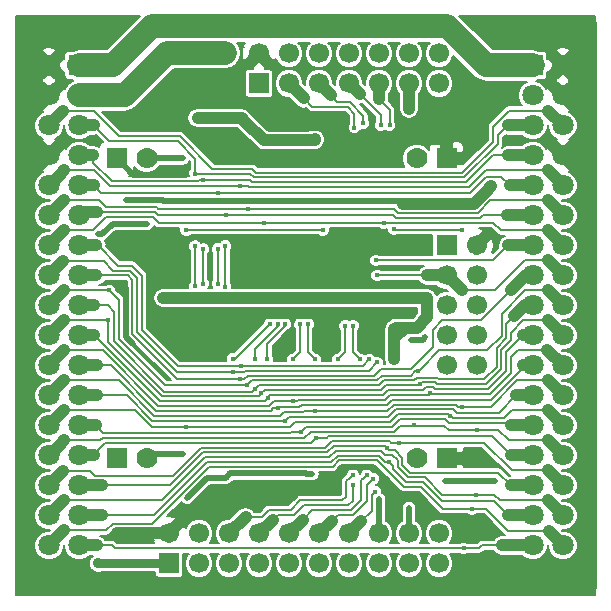
<source format=gbr>
G04 #@! TF.FileFunction,Copper,L2,Bot,Signal*
%FSLAX46Y46*%
G04 Gerber Fmt 4.6, Leading zero omitted, Abs format (unit mm)*
G04 Created by KiCad (PCBNEW 4.0.1-3.201512221401+6198~38~ubuntu15.10.1-stable) date Fri 08 Apr 2016 11:06:32 AM EEST*
%MOMM*%
G01*
G04 APERTURE LIST*
%ADD10C,0.100000*%
%ADD11C,1.700000*%
%ADD12R,1.700000X1.700000*%
%ADD13R,1.750000X1.750000*%
%ADD14C,1.800000*%
%ADD15R,1.778000X1.778000*%
%ADD16C,1.778000*%
%ADD17C,0.450000*%
%ADD18C,0.900000*%
%ADD19C,0.508000*%
%ADD20C,1.016000*%
%ADD21C,0.762000*%
%ADD22C,1.524000*%
%ADD23C,2.032000*%
%ADD24C,0.203200*%
%ADD25C,0.254000*%
G04 APERTURE END LIST*
D10*
D11*
X161290000Y-114300000D03*
X161290000Y-116840000D03*
X156210000Y-116840000D03*
X156210000Y-114300000D03*
X158750000Y-116840000D03*
X158750000Y-114300000D03*
X153670000Y-114300000D03*
X153670000Y-116840000D03*
X151130000Y-114300000D03*
X151130000Y-116840000D03*
D12*
X138430000Y-116840000D03*
D11*
X138430000Y-114300000D03*
X140970000Y-116840000D03*
X140970000Y-114300000D03*
X143510000Y-116840000D03*
X143510000Y-114300000D03*
X146050000Y-116840000D03*
X146050000Y-114300000D03*
X148590000Y-116840000D03*
X148590000Y-114300000D03*
D13*
X130810000Y-74676000D03*
D14*
X128270000Y-74676000D03*
X130810000Y-77216000D03*
X128270000Y-77216000D03*
X130810000Y-79756000D03*
X128270000Y-79756000D03*
X130810000Y-82296000D03*
X128270000Y-82296000D03*
X130810000Y-84836000D03*
X128270000Y-84836000D03*
X128270000Y-87376000D03*
X130810000Y-87376000D03*
X128270000Y-89916000D03*
X130810000Y-89916000D03*
X128270000Y-92456000D03*
X130810000Y-92456000D03*
X128270000Y-94996000D03*
X130810000Y-94996000D03*
X128270000Y-97536000D03*
X130810000Y-97536000D03*
X128270000Y-105156000D03*
X130810000Y-105156000D03*
X128270000Y-115316000D03*
X130810000Y-112776000D03*
X128270000Y-112776000D03*
X130810000Y-115316000D03*
X130810000Y-110236000D03*
X128270000Y-107696000D03*
X128270000Y-110236000D03*
X130810000Y-107696000D03*
X128270000Y-100076000D03*
X128270000Y-102616000D03*
X130810000Y-102616000D03*
X130810000Y-100076000D03*
D13*
X169225000Y-74676000D03*
D14*
X171765000Y-74676000D03*
X169225000Y-77216000D03*
X171765000Y-77216000D03*
X169225000Y-79756000D03*
X171765000Y-79756000D03*
X169225000Y-82296000D03*
X171765000Y-82296000D03*
X169225000Y-84836000D03*
X171765000Y-84836000D03*
X171765000Y-87376000D03*
X169225000Y-87376000D03*
X171765000Y-89916000D03*
X169225000Y-89916000D03*
X171765000Y-92456000D03*
X169225000Y-92456000D03*
X171765000Y-94996000D03*
X169225000Y-94996000D03*
X171765000Y-97536000D03*
X169225000Y-97536000D03*
X171765000Y-105156000D03*
X169225000Y-105156000D03*
X171765000Y-115316000D03*
X169225000Y-112776000D03*
X171765000Y-112776000D03*
X169225000Y-115316000D03*
X169225000Y-110236000D03*
X171765000Y-107696000D03*
X171765000Y-110236000D03*
X169225000Y-107696000D03*
X171765000Y-100076000D03*
X171765000Y-102616000D03*
X169225000Y-102616000D03*
X169225000Y-100076000D03*
D15*
X133985000Y-107950000D03*
D16*
X136525000Y-107950000D03*
D15*
X161925000Y-82550000D03*
D16*
X159385000Y-82550000D03*
D15*
X161925000Y-107950000D03*
D16*
X159385000Y-107950000D03*
D15*
X133985000Y-82550000D03*
D16*
X136525000Y-82550000D03*
D11*
X161290000Y-73660000D03*
X161290000Y-76200000D03*
X158750000Y-73660000D03*
X158750000Y-76200000D03*
D12*
X146050000Y-76200000D03*
D11*
X146050000Y-73660000D03*
X148590000Y-76200000D03*
X148590000Y-73660000D03*
X151130000Y-76200000D03*
X151130000Y-73660000D03*
X153670000Y-76200000D03*
X153670000Y-73660000D03*
X156210000Y-76200000D03*
X156210000Y-73660000D03*
D12*
X161925000Y-89916000D03*
D11*
X164465000Y-89916000D03*
X161925000Y-92456000D03*
X164465000Y-92456000D03*
X161925000Y-94996000D03*
X164465000Y-94996000D03*
X161925000Y-97536000D03*
X164465000Y-97536000D03*
X161925000Y-100076000D03*
X164465000Y-100076000D03*
D17*
X139824536Y-83917068D03*
X137487244Y-83917068D03*
X136779000Y-90043000D03*
X148907500Y-95631000D03*
X154622500Y-95631000D03*
X140208000Y-95631000D03*
X141922500Y-95631000D03*
D18*
X145294300Y-95624700D03*
X152273000Y-95631000D03*
X158934200Y-95624700D03*
D17*
X135334263Y-98218737D03*
X134985013Y-97869487D03*
X134747000Y-95313500D03*
X134747000Y-93535500D03*
X156937688Y-110624706D03*
X152019000Y-109741522D03*
X148907500Y-110045500D03*
X145669000Y-110617000D03*
X141691554Y-110617000D03*
X143221607Y-110617000D03*
D18*
X163576000Y-79226746D03*
X163576000Y-77597000D03*
X163576000Y-76200000D03*
X133985000Y-114300000D03*
D17*
X152781000Y-80010000D03*
X152781000Y-80645000D03*
X152273000Y-80010000D03*
D18*
X148907973Y-79786885D03*
X145732500Y-78565599D03*
X133350000Y-118868190D03*
X135890000Y-118868190D03*
X163830000Y-118868190D03*
X166370000Y-118868190D03*
X169291000Y-118868190D03*
X161290000Y-118868190D03*
X158750000Y-118868190D03*
X156210000Y-118868190D03*
X153670000Y-118868190D03*
X151130000Y-118868190D03*
X148590000Y-118868190D03*
X146050000Y-118868190D03*
X143510000Y-118868190D03*
X140970000Y-118868190D03*
X138430000Y-118868190D03*
X130810000Y-118868190D03*
X126313044Y-118868190D03*
X126111000Y-115316000D03*
X126111000Y-112776000D03*
X126111000Y-110236000D03*
X126111000Y-107696000D03*
X126111000Y-105156000D03*
X126111000Y-102616000D03*
X126111000Y-100076000D03*
X126111000Y-97536000D03*
X126111000Y-94996000D03*
X126111000Y-92583000D03*
X126111000Y-89916000D03*
X126111000Y-87376000D03*
X126111000Y-84836000D03*
X126112212Y-82294788D03*
X126112212Y-79756000D03*
X126112212Y-77216000D03*
X126112212Y-72961500D03*
X126112212Y-74803000D03*
X128270000Y-71248212D03*
X130619500Y-71248212D03*
X165248201Y-71141201D03*
X167237799Y-71141201D03*
X169121701Y-71141201D03*
X173884201Y-117284500D03*
X173884201Y-118868190D03*
X173884201Y-115316000D03*
X173884201Y-112776000D03*
X173884201Y-110236000D03*
X173884201Y-107759500D03*
X173884201Y-105156000D03*
X173884201Y-102616000D03*
X173881112Y-84985378D03*
X173884201Y-100076000D03*
X173884201Y-97472500D03*
X173884201Y-94932500D03*
X173884201Y-92456000D03*
X173884201Y-89916000D03*
X173884201Y-87312500D03*
X173884201Y-82296000D03*
X173884201Y-79692500D03*
X173884201Y-73025000D03*
X173876637Y-74737457D03*
X173889703Y-77218296D03*
X173884201Y-71141201D03*
X141250807Y-77813367D03*
X141295521Y-75372359D03*
X142240000Y-75374500D03*
X142113000Y-77851000D03*
X126112212Y-71248212D03*
X132586788Y-71248212D03*
D17*
X132444972Y-88950790D03*
X136144000Y-88084592D03*
X136578408Y-88084592D03*
D18*
X132454553Y-116833553D03*
D17*
X157480000Y-99568000D03*
X157480000Y-97028000D03*
X157480000Y-94361000D03*
D18*
X160274000Y-94361000D03*
X151257000Y-94361000D03*
D17*
X137922000Y-94361000D03*
D18*
X144272000Y-94361000D03*
D17*
X165989000Y-109855000D03*
X161798000Y-109855000D03*
X137922000Y-86106000D03*
D18*
X165688592Y-84912655D03*
X161926384Y-86382484D03*
D17*
X134747000Y-86106000D03*
D18*
X141931390Y-73635870D03*
X143129000Y-73635210D03*
D17*
X140645151Y-83839880D03*
X140645151Y-89986849D03*
X140645151Y-93370308D03*
X141290779Y-84369690D03*
X141290779Y-90236779D03*
X141290779Y-93153623D03*
X142557500Y-85433862D03*
X142557500Y-90233500D03*
X142557500Y-93154500D03*
X144462500Y-84899500D03*
X145097500Y-86846190D03*
X143256000Y-87376000D03*
X143192500Y-89979500D03*
X143192500Y-93408500D03*
X157876512Y-106606792D03*
X152717500Y-99568000D03*
X153352500Y-96710500D03*
X144491374Y-100114129D03*
X155384500Y-99568000D03*
X155956000Y-91186000D03*
X159131000Y-105156000D03*
X164465000Y-105537000D03*
X144462500Y-101219000D03*
X162249840Y-104323160D03*
X139890500Y-105280052D03*
X139890500Y-88582500D03*
X151447500Y-88582500D03*
X145705580Y-102068897D03*
X150812500Y-103922988D03*
X150812500Y-99568000D03*
X150195703Y-96583500D03*
X163195000Y-103568500D03*
X146770019Y-102825329D03*
X159498937Y-100565023D03*
X145034000Y-101751367D03*
X145669000Y-99504500D03*
X147619297Y-96583500D03*
X133356938Y-93726000D03*
X149597257Y-105677446D03*
X164084000Y-112204500D03*
X157040964Y-108209464D03*
X164401500Y-111023170D03*
X154622500Y-99568000D03*
X154005703Y-96710500D03*
X163385500Y-115570000D03*
X156848367Y-107040991D03*
X150836687Y-106201851D03*
X160528348Y-102437467D03*
X148907500Y-103098813D03*
X148907500Y-99568000D03*
X149542500Y-96583500D03*
X159700117Y-101624645D03*
X146249104Y-102431205D03*
X146755482Y-99558017D03*
X133241989Y-96250699D03*
X148272500Y-96583500D03*
X160128872Y-97691545D03*
X158877000Y-97917000D03*
X148273130Y-104741215D03*
X147637500Y-103695500D03*
X146431000Y-88011000D03*
X156591000Y-88011000D03*
X143827500Y-99504500D03*
X143827500Y-100647500D03*
X146966094Y-96583500D03*
X156019500Y-99822000D03*
X156057381Y-92452516D03*
X150571144Y-109268894D03*
X139973668Y-111283559D03*
X143221607Y-109601000D03*
D18*
X140843000Y-79121000D03*
D17*
X150749000Y-80993538D03*
D18*
X143383000Y-79121000D03*
D17*
X150749000Y-80645000D03*
X157480346Y-88537924D03*
X163195000Y-88582500D03*
X139643399Y-107569000D03*
X139618636Y-82543224D03*
X158750000Y-78359000D03*
X154119995Y-79928214D03*
X154890713Y-79573426D03*
X156337000Y-79756000D03*
X157099000Y-79756000D03*
X156210000Y-111379000D03*
X158750000Y-112141000D03*
X155890208Y-110758325D03*
X155728870Y-109658582D03*
X153978100Y-109351538D03*
X153965110Y-110166928D03*
X155152320Y-109351538D03*
D19*
X137487244Y-83917068D02*
X139824536Y-83917068D01*
X137169046Y-83917068D02*
X137487244Y-83917068D01*
X135352068Y-83917068D02*
X137169046Y-83917068D01*
X133985000Y-82550000D02*
X135352068Y-83917068D01*
X156937688Y-110306508D02*
X156937688Y-110624706D01*
X152019000Y-109741522D02*
X153091204Y-108669318D01*
X155726400Y-108669318D02*
X156937688Y-109880606D01*
X156937688Y-109880606D02*
X156937688Y-110306508D01*
X153091204Y-108669318D02*
X155726400Y-108669318D01*
X148901902Y-110045500D02*
X146255903Y-110045500D01*
X146255903Y-110045500D02*
X145684403Y-110617000D01*
X145684403Y-110617000D02*
X145669000Y-110617000D01*
X152019000Y-109741522D02*
X151715022Y-110045500D01*
X151715022Y-110045500D02*
X148901902Y-110045500D01*
D20*
X148907500Y-95631000D02*
X152273000Y-95631000D01*
X154622500Y-95631000D02*
X152273000Y-95631000D01*
X141922500Y-95631000D02*
X145288000Y-95631000D01*
X145288000Y-95631000D02*
X145294300Y-95624700D01*
X140208000Y-95631000D02*
X141922500Y-95631000D01*
X145294300Y-95624700D02*
X140214300Y-95624700D01*
X148786800Y-95624700D02*
X145294300Y-95624700D01*
X152273000Y-95631000D02*
X158927900Y-95631000D01*
X158927900Y-95631000D02*
X158934200Y-95624700D01*
X158934200Y-95624700D02*
X148786800Y-95624700D01*
D19*
X134747000Y-95313500D02*
X134747000Y-93535500D01*
X134985013Y-97869487D02*
X135334263Y-98218737D01*
X134747000Y-97631474D02*
X134985013Y-97869487D01*
X134747000Y-95313500D02*
X134747000Y-97631474D01*
X143221607Y-110617000D02*
X142113000Y-110617000D01*
X142113000Y-110617000D02*
X141691554Y-110617000D01*
X141691554Y-111038446D02*
X142113000Y-110617000D01*
X141691554Y-111038446D02*
X141691554Y-110935198D01*
X139446000Y-113284000D02*
X141691554Y-111038446D01*
X141691554Y-110935198D02*
X141691554Y-110617000D01*
D20*
X138430000Y-114300000D02*
X139446000Y-113284000D01*
D19*
X148907500Y-110045500D02*
X148901902Y-110045500D01*
X145669000Y-110617000D02*
X143221607Y-110617000D01*
D20*
X163576000Y-77597000D02*
X163576000Y-76200000D01*
X163576000Y-79226746D02*
X163576000Y-77597000D01*
X161899129Y-80903617D02*
X163576000Y-79226746D01*
X152781000Y-80010000D02*
X153674617Y-80903617D01*
X153674617Y-80903617D02*
X161899129Y-80903617D01*
X161925000Y-80929488D02*
X161925000Y-82550000D01*
X161899129Y-80903617D02*
X161925000Y-80929488D01*
X133985000Y-114300000D02*
X138430000Y-114300000D01*
D19*
X152781000Y-80645000D02*
X152774336Y-80638336D01*
X152774336Y-80638336D02*
X152774336Y-80016602D01*
X152781000Y-80645000D02*
X152781000Y-80518000D01*
X152781000Y-80518000D02*
X152273000Y-80010000D01*
D20*
X150241623Y-79693733D02*
X151892000Y-79693733D01*
X151892000Y-79693733D02*
X152464733Y-79693733D01*
D19*
X152273000Y-80010000D02*
X151956733Y-79693733D01*
X151956733Y-79693733D02*
X151892000Y-79693733D01*
D20*
X148907973Y-79786885D02*
X150148471Y-79786885D01*
X150148471Y-79786885D02*
X150241623Y-79693733D01*
X152464733Y-79693733D02*
X152556001Y-79785001D01*
X152556001Y-79785001D02*
X152781000Y-80010000D01*
X141250807Y-77813367D02*
X141287377Y-77849937D01*
X142106761Y-77849937D02*
X142110412Y-77853588D01*
X141287377Y-77849937D02*
X142106761Y-77849937D01*
D21*
X141295521Y-77768653D02*
X141295521Y-77813367D01*
X141295521Y-77813367D02*
X141250807Y-77813367D01*
D20*
X142113000Y-77851000D02*
X142246869Y-77717131D01*
X142246869Y-77717131D02*
X142246869Y-75381369D01*
X142246869Y-75381369D02*
X142240000Y-75374500D01*
X145732500Y-78565599D02*
X145015454Y-77848553D01*
X145015454Y-77848553D02*
X142115447Y-77848553D01*
X142115447Y-77848553D02*
X142113000Y-77851000D01*
X148907973Y-79786885D02*
X146953786Y-79786885D01*
X146953786Y-79786885D02*
X145732500Y-78565599D01*
D22*
X133350000Y-118868190D02*
X135890000Y-118868190D01*
X130810000Y-118868190D02*
X133350000Y-118868190D01*
X135890000Y-118868190D02*
X138430000Y-118868190D01*
X163830000Y-118868190D02*
X166370000Y-118868190D01*
X161290000Y-118868190D02*
X163830000Y-118868190D01*
X166370000Y-118868190D02*
X169291000Y-118868190D01*
X169291000Y-118868190D02*
X173884201Y-118868190D01*
X158750000Y-118868190D02*
X161290000Y-118868190D01*
X156210000Y-118868190D02*
X158750000Y-118868190D01*
X153670000Y-118868190D02*
X156210000Y-118868190D01*
X151130000Y-118868190D02*
X153670000Y-118868190D01*
X148590000Y-118868190D02*
X151130000Y-118868190D01*
X146050000Y-118868190D02*
X148590000Y-118868190D01*
X143510000Y-118868190D02*
X146050000Y-118868190D01*
X140970000Y-118868190D02*
X143510000Y-118868190D01*
X138430000Y-118868190D02*
X140970000Y-118868190D01*
X126313044Y-118868190D02*
X130810000Y-118868190D01*
X126111000Y-115316000D02*
X126111000Y-118666146D01*
X126111000Y-112776000D02*
X126111000Y-115316000D01*
X126111000Y-110236000D02*
X126111000Y-112776000D01*
X126111000Y-107696000D02*
X126111000Y-110236000D01*
X126111000Y-105156000D02*
X126111000Y-107696000D01*
X126111000Y-102616000D02*
X126111000Y-105156000D01*
X126111000Y-100076000D02*
X126111000Y-102616000D01*
X126111000Y-97536000D02*
X126111000Y-100076000D01*
X126111000Y-94996000D02*
X126111000Y-97536000D01*
X126111000Y-92583000D02*
X126111000Y-94996000D01*
X126111000Y-89916000D02*
X126111000Y-92583000D01*
X126111000Y-87376000D02*
X126111000Y-89916000D01*
X126111000Y-84836000D02*
X126111000Y-87376000D01*
X126111000Y-82296000D02*
X126111000Y-84836000D01*
X126112212Y-79756000D02*
X126112212Y-82294788D01*
X126112212Y-77216000D02*
X126112212Y-79756000D01*
X126112212Y-72961500D02*
X126112212Y-71248212D01*
X126112212Y-74803000D02*
X126112212Y-72961500D01*
X128270000Y-71248212D02*
X130619500Y-71248212D01*
X126112212Y-71248212D02*
X128270000Y-71248212D01*
X130619500Y-71248212D02*
X132586788Y-71248212D01*
X167237799Y-71141201D02*
X165248201Y-71141201D01*
X169121701Y-71141201D02*
X167237799Y-71141201D01*
X173884201Y-71141201D02*
X169121701Y-71141201D01*
X173884201Y-117284500D02*
X173884201Y-115316000D01*
X173884201Y-118868190D02*
X173884201Y-117284500D01*
X173884201Y-115316000D02*
X173884201Y-112776000D01*
X173884201Y-112776000D02*
X173884201Y-110236000D01*
X173884201Y-110236000D02*
X173884201Y-109495201D01*
X173884201Y-107759500D02*
X173884201Y-105156000D01*
X173884201Y-109495201D02*
X173884201Y-107759500D01*
X173884201Y-105156000D02*
X173884201Y-102616000D01*
X173884201Y-102616000D02*
X173884201Y-100076000D01*
X173884201Y-84988467D02*
X173881112Y-84985378D01*
X173884201Y-85192294D02*
X173884201Y-84988467D01*
X173884201Y-85217000D02*
X173884201Y-85192294D01*
X173884201Y-87312500D02*
X173884201Y-85192294D01*
X173884201Y-82296000D02*
X173884201Y-85217000D01*
X173884201Y-100076000D02*
X173884201Y-97472500D01*
X173884201Y-97472500D02*
X173884201Y-94932500D01*
X173884201Y-94932500D02*
X173884201Y-92456000D01*
X173884201Y-92456000D02*
X173884201Y-89916000D01*
X173884201Y-89916000D02*
X173884201Y-87312500D01*
X173884201Y-79692500D02*
X173884201Y-77470000D01*
X173884201Y-82296000D02*
X173884201Y-79692500D01*
X173884201Y-73025000D02*
X173884201Y-71141201D01*
X173884201Y-74358500D02*
X173884201Y-73025000D01*
X173884201Y-75184000D02*
X173884201Y-74358500D01*
X173884201Y-74358500D02*
X173884201Y-74729893D01*
X173884201Y-74729893D02*
X173876637Y-74737457D01*
X173884201Y-77470000D02*
X173884201Y-77223798D01*
X173884201Y-77223798D02*
X173889703Y-77218296D01*
X173887407Y-77216000D02*
X173889703Y-77218296D01*
X171765000Y-77216000D02*
X173887407Y-77216000D01*
X171765000Y-74676000D02*
X173815180Y-74676000D01*
X173815180Y-74676000D02*
X173876637Y-74737457D01*
X173876637Y-74737457D02*
X173876637Y-75176436D01*
X173876637Y-75176436D02*
X173884201Y-75184000D01*
X173884201Y-77470000D02*
X173884201Y-76414201D01*
X173884201Y-76414201D02*
X173884201Y-75184000D01*
D21*
X142110412Y-77853588D02*
X142113000Y-77851000D01*
D20*
X142240000Y-75374500D02*
X141297662Y-75374500D01*
D21*
X141297662Y-75374500D02*
X141295521Y-75372359D01*
D20*
X141295521Y-75372359D02*
X141295521Y-77768653D01*
D22*
X126112212Y-74803000D02*
X126112212Y-77216000D01*
X128270000Y-77216000D02*
X126997208Y-77216000D01*
X126997208Y-77216000D02*
X126112212Y-77216000D01*
X128143000Y-74803000D02*
X126112212Y-74803000D01*
X126112212Y-82294788D02*
X126111000Y-82296000D01*
X126111000Y-118666146D02*
X126313044Y-118868190D01*
X171765000Y-82296000D02*
X173884201Y-82296000D01*
X126111000Y-82296000D02*
X128270000Y-82296000D01*
D19*
X136144000Y-88084592D02*
X133641041Y-88084592D01*
X133641041Y-88084592D02*
X132774843Y-88950790D01*
X132774843Y-88950790D02*
X132670303Y-88950790D01*
X132670303Y-88950790D02*
X132444972Y-88950790D01*
D23*
X169225000Y-74676000D02*
X165252914Y-74676000D01*
X165252914Y-74676000D02*
X161946648Y-71369734D01*
X161946648Y-71369734D02*
X137023266Y-71369734D01*
X137023266Y-71369734D02*
X133717000Y-74676000D01*
X133717000Y-74676000D02*
X130810000Y-74676000D01*
D19*
X136578408Y-88084592D02*
X136144000Y-88084592D01*
D21*
X132454553Y-116833553D02*
X138423553Y-116833553D01*
X138423553Y-116833553D02*
X138430000Y-116840000D01*
D19*
X137922000Y-86106000D02*
X137932072Y-86116072D01*
X137932072Y-86116072D02*
X157956796Y-86116072D01*
X157956796Y-86116072D02*
X158223208Y-86382484D01*
D20*
X158369000Y-96882880D02*
X159400243Y-96882880D01*
X159400243Y-96882880D02*
X160274000Y-96009123D01*
X160274000Y-96009123D02*
X160274000Y-95885000D01*
X160274000Y-95885000D02*
X160274000Y-94361000D01*
X157625120Y-96882880D02*
X158369000Y-96882880D01*
X157480000Y-99568000D02*
X157480000Y-97790000D01*
X157480000Y-97790000D02*
X157480000Y-97028000D01*
X158369000Y-96882880D02*
X158369000Y-96901000D01*
X158369000Y-96901000D02*
X157480000Y-97790000D01*
X157480000Y-97028000D02*
X157625120Y-96882880D01*
X158242000Y-94361000D02*
X160274000Y-94361000D01*
X157480000Y-94361000D02*
X158242000Y-94361000D01*
X156718000Y-94361000D02*
X157480000Y-94361000D01*
X151257000Y-94361000D02*
X156718000Y-94361000D01*
X144272000Y-94361000D02*
X151257000Y-94361000D01*
X144272000Y-94361000D02*
X137922000Y-94361000D01*
D19*
X161798000Y-109855000D02*
X165989000Y-109855000D01*
X134747000Y-86106000D02*
X137922000Y-86106000D01*
X134747000Y-86106000D02*
X134747000Y-86106190D01*
D20*
X158223208Y-86382484D02*
X161926384Y-86382484D01*
X164218763Y-86382484D02*
X165238593Y-85362654D01*
X161926384Y-86382484D02*
X164218763Y-86382484D01*
X165238593Y-85362654D02*
X165688592Y-84912655D01*
D23*
X138273398Y-73635870D02*
X141294994Y-73635870D01*
X130810000Y-77216000D02*
X134693268Y-77216000D01*
X141932050Y-73635210D02*
X141931390Y-73635870D01*
X141294994Y-73635870D02*
X141931390Y-73635870D01*
X143129000Y-73635210D02*
X141932050Y-73635210D01*
X134693268Y-77216000D02*
X138273398Y-73635870D01*
D24*
X139146665Y-81061091D02*
X140645151Y-82559577D01*
X140645151Y-82559577D02*
X140645151Y-83839880D01*
X132080000Y-79756000D02*
X132080000Y-79764681D01*
X132080000Y-79764681D02*
X133376410Y-81061091D01*
X133376410Y-81061091D02*
X139146665Y-81061091D01*
X140645151Y-83839880D02*
X145319308Y-83839880D01*
X145319308Y-83839880D02*
X145629641Y-84150212D01*
X145629641Y-84150212D02*
X163439539Y-84150212D01*
X163439539Y-84150212D02*
X166285274Y-81304477D01*
X166285274Y-81304477D02*
X166285274Y-80584189D01*
X166285274Y-80584189D02*
X167113463Y-79756000D01*
X167113463Y-79756000D02*
X167132000Y-79756000D01*
X140645151Y-93370308D02*
X140645151Y-89986849D01*
D20*
X167132000Y-79756000D02*
X169225000Y-79756000D01*
X131191000Y-79756000D02*
X132080000Y-79756000D01*
D24*
X132024463Y-82916105D02*
X132024463Y-82296000D01*
X133586700Y-84478342D02*
X132024463Y-82916105D01*
X140863929Y-84478342D02*
X133586700Y-84478342D01*
X140972581Y-84369690D02*
X140863929Y-84478342D01*
X141290779Y-84369690D02*
X140972581Y-84369690D01*
X141608977Y-84369690D02*
X141290779Y-84369690D01*
X145274368Y-84369690D02*
X141608977Y-84369690D01*
X163607879Y-84556623D02*
X145461301Y-84556623D01*
X145461301Y-84556623D02*
X145274368Y-84369690D01*
X167132000Y-82296000D02*
X165868502Y-82296000D01*
X165868502Y-82296000D02*
X163607879Y-84556623D01*
D20*
X132024463Y-82296000D02*
X130810000Y-82296000D01*
D24*
X141290779Y-93153623D02*
X141290779Y-90236779D01*
D20*
X167132000Y-82296000D02*
X169225000Y-82296000D01*
D24*
X167259000Y-84836000D02*
X166507773Y-84084773D01*
X144742862Y-85433862D02*
X142557500Y-85433862D01*
X166507773Y-84084773D02*
X165285166Y-84084773D01*
X165285166Y-84084773D02*
X163936077Y-85433862D01*
X163936077Y-85433862D02*
X144742862Y-85433862D01*
X142557500Y-85433862D02*
X132677862Y-85433862D01*
X132677862Y-85433862D02*
X132080000Y-84836000D01*
X142557500Y-93154500D02*
X142557500Y-90233500D01*
D20*
X167259000Y-84836000D02*
X169225000Y-84836000D01*
X130810000Y-84836000D02*
X132080000Y-84836000D01*
D24*
X144462500Y-84899500D02*
X145095954Y-84899500D01*
X145095954Y-84899500D02*
X145159484Y-84963030D01*
X165229188Y-83566000D02*
X170495000Y-83566000D01*
X145159484Y-84963030D02*
X163832158Y-84963030D01*
X163832158Y-84963030D02*
X165229188Y-83566000D01*
X144462500Y-84899500D02*
X133398242Y-84899500D01*
X133398242Y-84899500D02*
X132064742Y-83566000D01*
X132064742Y-83566000D02*
X131572000Y-83566000D01*
X131572000Y-83566000D02*
X129540000Y-83566000D01*
D20*
X171765000Y-84836000D02*
X170495000Y-83566000D01*
X129169999Y-83936001D02*
X129540000Y-83566000D01*
X128270000Y-84836000D02*
X129169999Y-83936001D01*
D24*
X145097500Y-86846190D02*
X137525690Y-86846190D01*
X137525690Y-86846190D02*
X137369680Y-86690180D01*
X133051666Y-86690180D02*
X132467486Y-86106000D01*
X137369680Y-86690180D02*
X133051666Y-86690180D01*
X132467486Y-86106000D02*
X132063038Y-86106000D01*
X157607000Y-86995000D02*
X157807294Y-87195294D01*
X145097500Y-86846190D02*
X157458190Y-86846190D01*
X157458190Y-86846190D02*
X157607000Y-86995000D01*
X129540000Y-86106000D02*
X132063038Y-86106000D01*
D20*
X170495000Y-86106000D02*
X171765000Y-87376000D01*
D24*
X157807294Y-87195294D02*
X164555439Y-87195294D01*
X164555439Y-87195294D02*
X165644733Y-86106000D01*
X165644733Y-86106000D02*
X170495000Y-86106000D01*
D20*
X128270000Y-87376000D02*
X129540000Y-86106000D01*
D24*
X143256000Y-87376000D02*
X137480750Y-87376000D01*
X137480750Y-87376000D02*
X137201340Y-87096590D01*
X137201340Y-87096590D02*
X132359410Y-87096590D01*
X132359410Y-87096590D02*
X132334000Y-87122000D01*
X143637000Y-87376000D02*
X143256000Y-87376000D01*
X157413250Y-87376000D02*
X157638954Y-87601704D01*
X157413250Y-87376000D02*
X143637000Y-87376000D01*
X143192500Y-93090302D02*
X143192500Y-89979500D01*
X143192500Y-93408500D02*
X143192500Y-93090302D01*
D20*
X167068500Y-87376000D02*
X169225000Y-87376000D01*
D24*
X164973000Y-87376000D02*
X167068500Y-87376000D01*
X164747296Y-87601704D02*
X164973000Y-87376000D01*
X157638954Y-87601704D02*
X164747296Y-87601704D01*
D20*
X131064000Y-87122000D02*
X132334000Y-87122000D01*
X130810000Y-87376000D02*
X131064000Y-87122000D01*
D24*
X170495000Y-108966000D02*
X167429864Y-108966000D01*
X167429864Y-108966000D02*
X165070656Y-106606792D01*
X165070656Y-106606792D02*
X157876512Y-106606792D01*
X129474801Y-109031199D02*
X131764199Y-109031199D01*
X131764199Y-109031199D02*
X132156190Y-109423190D01*
X132156190Y-109423190D02*
X138744757Y-109423190D01*
X152186377Y-106484863D02*
X157114061Y-106484863D01*
X138744757Y-109423190D02*
X141138842Y-107029105D01*
X141138842Y-107029105D02*
X151642135Y-107029105D01*
X157235990Y-106606792D02*
X157876512Y-106606792D01*
X151642135Y-107029105D02*
X152186377Y-106484863D01*
X157114061Y-106484863D02*
X157235990Y-106606792D01*
X152717500Y-99568000D02*
X153352500Y-98933000D01*
X153352500Y-98933000D02*
X153352500Y-96710500D01*
D20*
X171765000Y-110236000D02*
X170495000Y-108966000D01*
X129474801Y-109031199D02*
X128270000Y-110236000D01*
D24*
X132270500Y-89916000D02*
X132397500Y-89916000D01*
X132397500Y-89916000D02*
X134124680Y-91643180D01*
X134124680Y-91643180D02*
X135274180Y-91643180D01*
X135274180Y-91643180D02*
X136118629Y-92487629D01*
X136118629Y-92487629D02*
X136118629Y-97062879D01*
X136118629Y-97062879D02*
X139169879Y-100114129D01*
X139169879Y-100114129D02*
X144173176Y-100114129D01*
X144173176Y-100114129D02*
X144491374Y-100114129D01*
X155384500Y-99568000D02*
X154840308Y-100112192D01*
X154840308Y-100112192D02*
X144493311Y-100112192D01*
X144493311Y-100112192D02*
X144491374Y-100114129D01*
X160782000Y-91186000D02*
X155956000Y-91186000D01*
X164084000Y-91186000D02*
X160782000Y-91186000D01*
X165862000Y-91186000D02*
X164084000Y-91186000D01*
X167132000Y-89916000D02*
X165862000Y-91186000D01*
D20*
X169225000Y-89916000D02*
X167132000Y-89916000D01*
X130810000Y-89916000D02*
X132270500Y-89916000D01*
D24*
X159131000Y-105156000D02*
X159132905Y-105157905D01*
X159132905Y-105157905D02*
X161727894Y-105157905D01*
X161727894Y-105157905D02*
X162105084Y-105535095D01*
X162105084Y-105535095D02*
X164463095Y-105535095D01*
X164463095Y-105535095D02*
X164465000Y-105537000D01*
X129540000Y-106426000D02*
X132607607Y-106426000D01*
X157452406Y-105672041D02*
X157966542Y-105157905D01*
X132607607Y-106426000D02*
X132817324Y-106216283D01*
X132817324Y-106216283D02*
X149872643Y-106216283D01*
X149872643Y-106216283D02*
X150416885Y-105672041D01*
X150416885Y-105672041D02*
X157452406Y-105672041D01*
X157966542Y-105157905D02*
X159129095Y-105157905D01*
X159129095Y-105157905D02*
X159131000Y-105156000D01*
X166306500Y-105537000D02*
X167195500Y-106426000D01*
X167195500Y-106426000D02*
X170495000Y-106426000D01*
X164465000Y-105537000D02*
X166306500Y-105537000D01*
D20*
X170495000Y-106426000D02*
X171765000Y-107696000D01*
X129169999Y-106796001D02*
X129540000Y-106426000D01*
X128270000Y-107696000D02*
X129169999Y-106796001D01*
D24*
X161533202Y-96266000D02*
X164846000Y-96266000D01*
X160758178Y-97041024D02*
X161533202Y-96266000D01*
X160758178Y-98522324D02*
X160758178Y-97041024D01*
X158899692Y-100380810D02*
X160758178Y-98522324D01*
X155805423Y-100925930D02*
X156350543Y-100380810D01*
X156350543Y-100380810D02*
X158899692Y-100380810D01*
X144780698Y-101219000D02*
X145073768Y-100925930D01*
X144462500Y-101219000D02*
X144780698Y-101219000D01*
X164846000Y-96266000D02*
X167386000Y-93726000D01*
X145073768Y-100925930D02*
X155805423Y-100925930D01*
X135305808Y-92824308D02*
X135305808Y-97399559D01*
X135305808Y-97399559D02*
X139124396Y-101218147D01*
X139124396Y-101218147D02*
X144461647Y-101218147D01*
X144461647Y-101218147D02*
X144462500Y-101219000D01*
X132270500Y-92456000D02*
X134937500Y-92456000D01*
X134937500Y-92456000D02*
X135305808Y-92824308D01*
D20*
X168971000Y-92456000D02*
X168656000Y-92456000D01*
X168656000Y-92456000D02*
X167386000Y-93726000D01*
X130810000Y-92456000D02*
X132270500Y-92456000D01*
D24*
X162445469Y-104518789D02*
X162249840Y-104323160D01*
X166812860Y-104518789D02*
X162445469Y-104518789D01*
X167445649Y-103886000D02*
X166812860Y-104518789D01*
X170495000Y-103886000D02*
X167445649Y-103886000D01*
X157777205Y-104197741D02*
X162124421Y-104197741D01*
X157115726Y-104859219D02*
X157777205Y-104197741D01*
X149074443Y-104859219D02*
X157115726Y-104859219D01*
X139890500Y-105280052D02*
X148653610Y-105280052D01*
X162124421Y-104197741D02*
X162249840Y-104323160D01*
X148653610Y-105280052D02*
X149074443Y-104859219D01*
X139572302Y-105280052D02*
X139890500Y-105280052D01*
X135568366Y-103886000D02*
X136962418Y-105280052D01*
X129540000Y-103886000D02*
X135568366Y-103886000D01*
X136962418Y-105280052D02*
X139572302Y-105280052D01*
X151447500Y-88582500D02*
X139890500Y-88582500D01*
D20*
X170495000Y-103886000D02*
X171765000Y-105156000D01*
X128270000Y-105156000D02*
X129540000Y-103886000D01*
D24*
X159158786Y-101341643D02*
X156610046Y-101341643D01*
X146035725Y-101738752D02*
X145930579Y-101843898D01*
X156610046Y-101341643D02*
X156212937Y-101738752D01*
X161275917Y-101251426D02*
X161119334Y-101094843D01*
X161119334Y-101094843D02*
X159405586Y-101094843D01*
X166166771Y-98608449D02*
X166166771Y-100195267D01*
X165110612Y-101251426D02*
X161275917Y-101251426D01*
X166166771Y-100195267D02*
X165110612Y-101251426D01*
X166992395Y-97782826D02*
X166166771Y-98608449D01*
X166992395Y-96532605D02*
X166992395Y-97782826D01*
X167640000Y-95885000D02*
X166992395Y-96532605D01*
X159405586Y-101094843D02*
X159158786Y-101341643D01*
X145930579Y-101843898D02*
X145705580Y-102068897D01*
X156212937Y-101738752D02*
X146035725Y-101738752D01*
X145493290Y-102281187D02*
X145705580Y-102068897D01*
X132082792Y-94996000D02*
X133223000Y-94996000D01*
X133771809Y-95544809D02*
X133771809Y-98021310D01*
X133771809Y-98021310D02*
X138031686Y-102281187D01*
X138031686Y-102281187D02*
X145493290Y-102281187D01*
X133223000Y-94996000D02*
X133771809Y-95544809D01*
D20*
X167640000Y-95885000D02*
X168534685Y-94990315D01*
X168534685Y-94990315D02*
X169219315Y-94990315D01*
X169219315Y-94990315D02*
X169225000Y-94996000D01*
X130810000Y-94996000D02*
X132082792Y-94996000D01*
D24*
X150812500Y-99568000D02*
X150195703Y-98951203D01*
X150195703Y-98951203D02*
X150195703Y-97456796D01*
X150195703Y-96583500D02*
X150195703Y-97456796D01*
X162693221Y-103384919D02*
X157440524Y-103384919D01*
X156902455Y-103922988D02*
X151130698Y-103922988D01*
X162876802Y-103568500D02*
X162693221Y-103384919D01*
X151130698Y-103922988D02*
X150812500Y-103922988D01*
X163195000Y-103568500D02*
X162876802Y-103568500D01*
X157440524Y-103384919D02*
X156902455Y-103922988D01*
X129540000Y-101346000D02*
X134196411Y-101346000D01*
X149880602Y-103922988D02*
X150812500Y-103922988D01*
X134196411Y-101346000D02*
X137185215Y-104334804D01*
X137185215Y-104334804D02*
X147859830Y-104334804D01*
X147859830Y-104334804D02*
X148150729Y-104043905D01*
X149759685Y-104043905D02*
X149880602Y-103922988D01*
X148150729Y-104043905D02*
X149759685Y-104043905D01*
X163195000Y-103568500D02*
X165667291Y-103568500D01*
X167889791Y-101346000D02*
X170495000Y-101346000D01*
X165667291Y-103568500D02*
X167889791Y-101346000D01*
D20*
X171765000Y-102616000D02*
X170495000Y-101346000D01*
X129540000Y-101346000D02*
X128270000Y-102616000D01*
D24*
X166979593Y-98945129D02*
X166979593Y-100531946D01*
X147043774Y-102551574D02*
X146995018Y-102600330D01*
X159948169Y-102154465D02*
X156946726Y-102154465D01*
X168388722Y-97536000D02*
X166979593Y-98945129D01*
X146995018Y-102600330D02*
X146770019Y-102825329D01*
X166979593Y-100531946D02*
X165428779Y-102082760D01*
X165428779Y-102082760D02*
X160957749Y-102082760D01*
X160782654Y-101907665D02*
X160194969Y-101907665D01*
X160957749Y-102082760D02*
X160782654Y-101907665D01*
X160194969Y-101907665D02*
X159948169Y-102154465D01*
X156946726Y-102154465D02*
X156549617Y-102551574D01*
X156549617Y-102551574D02*
X147043774Y-102551574D01*
X146499422Y-103095926D02*
X146545020Y-103050328D01*
X132110663Y-97536000D02*
X137670589Y-103095926D01*
X146545020Y-103050328D02*
X146770019Y-102825329D01*
X137670589Y-103095926D02*
X146499422Y-103095926D01*
X132082792Y-97536000D02*
X132110663Y-97536000D01*
D20*
X168388722Y-97536000D02*
X169225000Y-97536000D01*
X130810000Y-97536000D02*
X132082792Y-97536000D01*
D24*
X170495000Y-93726000D02*
X168539160Y-93726000D01*
X168539160Y-93726000D02*
X166585984Y-95679176D01*
X166585984Y-95679176D02*
X166585984Y-97574914D01*
X166585984Y-97574914D02*
X165354898Y-98806000D01*
X165354898Y-98806000D02*
X161257960Y-98806000D01*
X161257960Y-98806000D02*
X159723936Y-100340024D01*
X159723936Y-100340024D02*
X159498937Y-100565023D01*
X156441705Y-100935232D02*
X158921660Y-100935232D01*
X145034000Y-101751367D02*
X145453026Y-101332341D01*
X145453026Y-101332341D02*
X156044596Y-101332341D01*
X158921660Y-100935232D02*
X159291869Y-100565023D01*
X156044596Y-101332341D02*
X156441705Y-100935232D01*
X159291869Y-100565023D02*
X159498937Y-100565023D01*
X134178220Y-97852970D02*
X138076617Y-101751367D01*
X133356938Y-93726000D02*
X134178220Y-94547282D01*
X134178220Y-94547282D02*
X134178220Y-97852970D01*
X138076617Y-101751367D02*
X144715802Y-101751367D01*
X144715802Y-101751367D02*
X145034000Y-101751367D01*
X147619297Y-96583500D02*
X147619297Y-96714403D01*
X147619297Y-96714403D02*
X145669000Y-98664700D01*
X145669000Y-98664700D02*
X145669000Y-99504500D01*
D20*
X170495000Y-93726000D02*
X171765000Y-94996000D01*
X128270000Y-94996000D02*
X129540000Y-93726000D01*
D24*
X129540000Y-93726000D02*
X133356938Y-93726000D01*
X157284067Y-105265630D02*
X150009073Y-105265630D01*
X150009073Y-105265630D02*
X149822256Y-105452447D01*
X167413734Y-105156000D02*
X167182934Y-104925200D01*
X161781555Y-104604152D02*
X157945545Y-104604152D01*
X162102603Y-104925200D02*
X161781555Y-104604152D01*
X167182934Y-104925200D02*
X162102603Y-104925200D01*
X157945545Y-104604152D02*
X157284067Y-105265630D01*
X149822256Y-105452447D02*
X149597257Y-105677446D01*
X148698541Y-105809872D02*
X148830967Y-105677446D01*
X132207000Y-105156000D02*
X132860872Y-105809872D01*
X132860872Y-105809872D02*
X148698541Y-105809872D01*
X148830967Y-105677446D02*
X149597257Y-105677446D01*
D20*
X167413734Y-105156000D02*
X169225000Y-105156000D01*
X130810000Y-105156000D02*
X132207000Y-105156000D01*
D24*
X129540000Y-114046000D02*
X133089514Y-114046000D01*
X156019104Y-108110507D02*
X158202736Y-110294139D01*
X141805760Y-108661191D02*
X152309053Y-108661191D01*
X158238060Y-110294139D02*
X158306955Y-110363034D01*
X133089514Y-114046000D02*
X133648324Y-113487190D01*
X152309053Y-108661191D02*
X152859737Y-108110507D01*
X133648324Y-113487190D02*
X136979761Y-113487190D01*
X136979761Y-113487190D02*
X141805760Y-108661191D01*
X152859737Y-108110507D02*
X156019104Y-108110507D01*
X158202736Y-110294139D02*
X158238060Y-110294139D01*
X158306955Y-110363034D02*
X159756284Y-110363034D01*
X159756284Y-110363034D02*
X161597750Y-112204500D01*
X161597750Y-112204500D02*
X161734500Y-112204500D01*
X161734500Y-112204500D02*
X164084000Y-112204500D01*
X170560199Y-114111199D02*
X167152749Y-114111199D01*
X167152749Y-114111199D02*
X165246050Y-112204500D01*
X165246050Y-112204500D02*
X164084000Y-112204500D01*
D20*
X170560199Y-114111199D02*
X171765000Y-115316000D01*
X128270000Y-115316000D02*
X129540000Y-114046000D01*
D24*
X157450587Y-108937285D02*
X158469925Y-109956623D01*
X158469925Y-109956623D02*
X159924624Y-109956623D01*
X159924624Y-109956623D02*
X161520990Y-111552990D01*
X165908990Y-111552990D02*
X167132000Y-112776000D01*
X157040964Y-108209464D02*
X157378377Y-108546877D01*
X157378377Y-108546877D02*
X157378377Y-108859705D01*
X157378377Y-108859705D02*
X157450587Y-108931915D01*
X157450587Y-108931915D02*
X157450587Y-108937285D01*
X161520990Y-111552990D02*
X165908990Y-111552990D01*
X137116201Y-112776000D02*
X141643863Y-108248338D01*
X156187444Y-107704096D02*
X156692811Y-108209464D01*
X156722766Y-108209464D02*
X157040964Y-108209464D01*
X156692811Y-108209464D02*
X156722766Y-108209464D01*
X152691397Y-107704096D02*
X156187444Y-107704096D01*
X141643863Y-108248338D02*
X152147156Y-108248338D01*
X132715000Y-112776000D02*
X137116201Y-112776000D01*
X152147156Y-108248338D02*
X152691397Y-107704096D01*
D20*
X167132000Y-112776000D02*
X169225000Y-112776000D01*
X132082792Y-112776000D02*
X132715000Y-112776000D01*
X130810000Y-112776000D02*
X132082792Y-112776000D01*
D24*
X164083302Y-111023170D02*
X164401500Y-111023170D01*
X160092964Y-109550212D02*
X161565922Y-111023170D01*
X161565922Y-111023170D02*
X164083302Y-111023170D01*
X152523057Y-107297685D02*
X156355784Y-107297685D01*
X157323025Y-107652634D02*
X157784788Y-108114397D01*
X157784788Y-108691365D02*
X158643635Y-109550212D01*
X158643635Y-109550212D02*
X160092964Y-109550212D01*
X141475523Y-107841927D02*
X151978815Y-107841927D01*
X156355784Y-107297685D02*
X156710732Y-107652634D01*
X156710732Y-107652634D02*
X157323025Y-107652634D01*
X137811449Y-111506000D02*
X141475523Y-107841927D01*
X151978815Y-107841927D02*
X152523057Y-107297685D01*
X129540000Y-111506000D02*
X137811449Y-111506000D01*
X157784788Y-108114397D02*
X157784788Y-108691365D01*
X154622500Y-99568000D02*
X154005703Y-98951203D01*
X154005703Y-98951203D02*
X154005703Y-96710500D01*
X166436751Y-111506000D02*
X165953921Y-111023170D01*
X170495000Y-111506000D02*
X166436751Y-111506000D01*
X164719698Y-111023170D02*
X164401500Y-111023170D01*
X165953921Y-111023170D02*
X164719698Y-111023170D01*
D20*
X170495000Y-111506000D02*
X171765000Y-112776000D01*
X128270000Y-112776000D02*
X129540000Y-111506000D01*
D24*
X163385500Y-115570000D02*
X164678826Y-115570000D01*
X164678826Y-115570000D02*
X164934289Y-115314537D01*
X164934289Y-115314537D02*
X166622537Y-115314537D01*
X166622537Y-115314537D02*
X166624000Y-115316000D01*
X163385500Y-115570000D02*
X133871953Y-115570000D01*
X132334000Y-115316000D02*
X133617953Y-115316000D01*
X133617953Y-115316000D02*
X133871953Y-115570000D01*
D20*
X166624000Y-115316000D02*
X169225000Y-115316000D01*
X130810000Y-115316000D02*
X132334000Y-115316000D01*
D24*
X156848367Y-107040991D02*
X157031767Y-107224391D01*
X157031767Y-107224391D02*
X157541097Y-107224391D01*
X157541097Y-107224391D02*
X158191199Y-107874493D01*
X158191199Y-107874493D02*
X158191199Y-108523025D01*
X158191199Y-108523025D02*
X158811975Y-109143801D01*
X158811975Y-109143801D02*
X166293801Y-109143801D01*
X166293801Y-109143801D02*
X167386000Y-110236000D01*
X132715000Y-110236000D02*
X138506698Y-110236000D01*
X138506698Y-110236000D02*
X141307183Y-107435516D01*
X156698650Y-106891274D02*
X156848367Y-107040991D01*
X152354717Y-106891274D02*
X156698650Y-106891274D01*
X141307183Y-107435516D02*
X151810475Y-107435516D01*
X151810475Y-107435516D02*
X152354717Y-106891274D01*
D20*
X167386000Y-110236000D02*
X169225000Y-110236000D01*
X130810000Y-110236000D02*
X132715000Y-110236000D01*
D24*
X150836687Y-106201851D02*
X151791426Y-106201851D01*
X151791426Y-106201851D02*
X151914825Y-106078452D01*
X151914825Y-106078452D02*
X157620746Y-106078452D01*
X157620746Y-106078452D02*
X157622207Y-106076991D01*
X157622207Y-106076991D02*
X165766991Y-106076991D01*
X165766991Y-106076991D02*
X167386000Y-107696000D01*
X150836687Y-106201851D02*
X150415844Y-106622694D01*
X150415844Y-106622694D02*
X132985664Y-106622694D01*
X132985664Y-106622694D02*
X132080000Y-107528358D01*
X132080000Y-107528358D02*
X132080000Y-107696000D01*
D20*
X167386000Y-107696000D02*
X169225000Y-107696000D01*
X130810000Y-107696000D02*
X132080000Y-107696000D01*
D24*
X170431500Y-98742500D02*
X167987896Y-98742500D01*
X160600767Y-102509886D02*
X160528348Y-102437467D01*
X167987896Y-98742500D02*
X167386004Y-99344392D01*
X167386004Y-99344392D02*
X167386004Y-100700286D01*
X167386004Y-100700286D02*
X165576404Y-102509886D01*
X165576404Y-102509886D02*
X160600767Y-102509886D01*
X149542500Y-96583500D02*
X149542500Y-98919147D01*
X149542500Y-98919147D02*
X148907500Y-99554147D01*
X148907500Y-99554147D02*
X148907500Y-99568000D01*
X149225698Y-103098813D02*
X149366526Y-102957985D01*
X148907500Y-103098813D02*
X149225698Y-103098813D01*
X157115065Y-102560876D02*
X160404939Y-102560876D01*
X160404939Y-102560876D02*
X160528348Y-102437467D01*
X156717956Y-102957985D02*
X157115065Y-102560876D01*
X149366526Y-102957985D02*
X156717956Y-102957985D01*
X148589302Y-103098813D02*
X148907500Y-103098813D01*
X147279446Y-103098813D02*
X148589302Y-103098813D01*
X132805912Y-98806000D02*
X137502249Y-103502337D01*
X137502249Y-103502337D02*
X146875922Y-103502337D01*
X146875922Y-103502337D02*
X147279446Y-103098813D01*
X129540000Y-98806000D02*
X132805912Y-98806000D01*
D20*
X170431500Y-98742500D02*
X171765000Y-100076000D01*
X128270000Y-100076000D02*
X129540000Y-98806000D01*
D24*
X160950994Y-101501254D02*
X159823508Y-101501254D01*
X165278951Y-101657837D02*
X161107577Y-101657837D01*
X166573182Y-100363606D02*
X165278951Y-101657837D01*
X159823508Y-101501254D02*
X159700117Y-101624645D01*
X161107577Y-101657837D02*
X160950994Y-101501254D01*
X166573182Y-98776789D02*
X166573182Y-100363606D01*
X167398806Y-97951166D02*
X166573182Y-98776789D01*
X167398806Y-97301021D02*
X167398806Y-97951166D01*
X170495000Y-96266000D02*
X168433827Y-96266000D01*
X168433827Y-96266000D02*
X167398806Y-97301021D01*
X156381276Y-102145163D02*
X156778385Y-101748054D01*
X159576708Y-101748054D02*
X159700117Y-101624645D01*
X156778385Y-101748054D02*
X159576708Y-101748054D01*
X146249104Y-102431205D02*
X146535146Y-102145163D01*
X146535146Y-102145163D02*
X156381276Y-102145163D01*
X146024105Y-102656204D02*
X146249104Y-102431205D01*
X145992711Y-102687598D02*
X146024105Y-102656204D01*
X137837012Y-102687598D02*
X145992711Y-102687598D01*
X133241989Y-96250699D02*
X133241989Y-98092575D01*
X133241989Y-98092575D02*
X137837012Y-102687598D01*
X146748500Y-98238403D02*
X146748500Y-99504500D01*
X148272500Y-96583500D02*
X148272500Y-96714403D01*
X148272500Y-96714403D02*
X146748500Y-98238403D01*
X129555301Y-96250699D02*
X133241989Y-96250699D01*
D19*
X160128872Y-97691545D02*
X159903417Y-97917000D01*
X159903417Y-97917000D02*
X158877000Y-97917000D01*
D20*
X170495000Y-96266000D02*
X171765000Y-97536000D01*
X128270000Y-97536000D02*
X129555301Y-96250699D01*
D24*
X156947386Y-104452808D02*
X148561537Y-104452808D01*
X148561537Y-104452808D02*
X148498129Y-104516216D01*
X148498129Y-104516216D02*
X148273130Y-104741215D01*
X162493472Y-103791330D02*
X157608864Y-103791330D01*
X157608864Y-103791330D02*
X156947386Y-104452808D01*
X162814520Y-104112378D02*
X162493472Y-103791330D01*
X167830500Y-102616000D02*
X166334122Y-104112378D01*
X166334122Y-104112378D02*
X162814520Y-104112378D01*
X137006068Y-104741215D02*
X147954932Y-104741215D01*
X134880853Y-102616000D02*
X137006068Y-104741215D01*
X132334000Y-102616000D02*
X134880853Y-102616000D01*
X147954932Y-104741215D02*
X148273130Y-104741215D01*
D20*
X167830500Y-102616000D02*
X169225000Y-102616000D01*
X130810000Y-102616000D02*
X132334000Y-102616000D01*
D24*
X149689815Y-103389512D02*
X156861181Y-103389512D01*
X157283406Y-102967287D02*
X165693754Y-102967287D01*
X168364412Y-100296629D02*
X168364412Y-100076000D01*
X165693754Y-102967287D02*
X168364412Y-100296629D01*
X156861181Y-103389512D02*
X157283406Y-102967287D01*
X147704367Y-103628633D02*
X149450694Y-103628633D01*
X147637500Y-103695500D02*
X147704367Y-103628633D01*
X149450694Y-103628633D02*
X149689815Y-103389512D01*
X133501161Y-100076000D02*
X132334000Y-100076000D01*
X137353555Y-103928394D02*
X133501161Y-100076000D01*
X147265887Y-103695500D02*
X147032993Y-103928394D01*
X147032993Y-103928394D02*
X137353555Y-103928394D01*
X147637500Y-103695500D02*
X147265887Y-103695500D01*
D20*
X168364412Y-100076000D02*
X169225000Y-100076000D01*
X130810000Y-100076000D02*
X132334000Y-100076000D01*
D24*
X167217037Y-78495509D02*
X170504509Y-78495509D01*
X165856649Y-81158351D02*
X165856649Y-79855897D01*
X165856649Y-79855897D02*
X167217037Y-78495509D01*
X134168969Y-80654681D02*
X139315005Y-80654681D01*
X139315005Y-80654681D02*
X142093794Y-83433470D01*
X142093794Y-83433470D02*
X145487650Y-83433470D01*
X145487650Y-83433470D02*
X145797981Y-83743801D01*
X145797981Y-83743801D02*
X163271199Y-83743801D01*
X163271199Y-83743801D02*
X165856649Y-81158351D01*
X132065487Y-78551199D02*
X134168969Y-80654681D01*
X129474801Y-78551199D02*
X132065487Y-78551199D01*
D20*
X171765000Y-79756000D02*
X170504509Y-78495509D01*
X128270000Y-79756000D02*
X129474801Y-78551199D01*
D24*
X131959486Y-88646000D02*
X133102486Y-87503000D01*
X137541000Y-88011000D02*
X137033000Y-87503000D01*
X137033000Y-87503000D02*
X133102486Y-87503000D01*
X146431000Y-88011000D02*
X137541000Y-88011000D01*
X156591000Y-88011000D02*
X146431000Y-88011000D01*
D20*
X171765000Y-89916000D02*
X170495000Y-88646000D01*
D24*
X170495000Y-88646000D02*
X166497000Y-88646000D01*
X166497000Y-88646000D02*
X165859114Y-88008114D01*
X165859114Y-88008114D02*
X156593886Y-88008114D01*
X156593886Y-88008114D02*
X156591000Y-88011000D01*
D20*
X128270000Y-89916000D02*
X129540000Y-88646000D01*
D24*
X129540000Y-88646000D02*
X131959486Y-88646000D01*
X129474801Y-91251199D02*
X132921174Y-91251199D01*
X132921174Y-91251199D02*
X133719565Y-92049590D01*
X133719565Y-92049590D02*
X135105840Y-92049590D01*
X135105840Y-92049590D02*
X135712219Y-92655969D01*
X135712219Y-97231219D02*
X139124949Y-100643949D01*
X135712219Y-92655969D02*
X135712219Y-97231219D01*
X139124949Y-100643949D02*
X143827500Y-100647500D01*
X156019500Y-99822000D02*
X155322898Y-100518602D01*
X155322898Y-100518602D02*
X144871007Y-100518602D01*
X144871007Y-100518602D02*
X144742109Y-100647500D01*
X144742109Y-100647500D02*
X144145698Y-100647500D01*
X144145698Y-100647500D02*
X143827500Y-100647500D01*
X146966094Y-96583500D02*
X144045094Y-99504500D01*
X144045094Y-99504500D02*
X143827500Y-99504500D01*
X143827500Y-99506580D02*
X143827500Y-99504500D01*
X156375579Y-92452516D02*
X156057381Y-92452516D01*
X160274000Y-92456000D02*
X160270516Y-92452516D01*
X160270516Y-92452516D02*
X156375579Y-92452516D01*
D20*
X161925000Y-92456000D02*
X160274000Y-92456000D01*
X171765000Y-92456000D02*
X170495000Y-91186000D01*
D24*
X165989000Y-93726000D02*
X163195000Y-93726000D01*
X170495000Y-91186000D02*
X168529000Y-91186000D01*
X168529000Y-91186000D02*
X165989000Y-93726000D01*
D20*
X163195000Y-93726000D02*
X161925000Y-92456000D01*
X128270000Y-92456000D02*
X129474801Y-91251199D01*
D19*
X143221607Y-109601000D02*
X143601729Y-109220878D01*
X149997211Y-109220878D02*
X149999369Y-109223036D01*
X143601729Y-109220878D02*
X149997211Y-109220878D01*
X149999369Y-109223036D02*
X150525286Y-109223036D01*
X150525286Y-109223036D02*
X150531512Y-109229262D01*
X150531512Y-109229262D02*
X150571144Y-109268894D01*
X140198667Y-111058560D02*
X139973668Y-111283559D01*
X141656227Y-109601000D02*
X140198667Y-111058560D01*
X143221607Y-109601000D02*
X141656227Y-109601000D01*
D20*
X143383000Y-79121000D02*
X140843000Y-79121000D01*
X144798840Y-79356161D02*
X146448773Y-81006095D01*
X150653484Y-81006095D02*
X150746636Y-80912943D01*
X146448773Y-81006095D02*
X150653484Y-81006095D01*
X150746636Y-80912943D02*
X150746636Y-80991174D01*
X150746636Y-80991174D02*
X150749000Y-80993538D01*
X144563679Y-79121000D02*
X143383000Y-79121000D01*
X144798840Y-79356161D02*
X144563679Y-79121000D01*
X144798840Y-79356161D02*
X144690679Y-79248000D01*
D24*
X157543500Y-88582500D02*
X157480346Y-88537924D01*
X157480346Y-88537924D02*
X157480000Y-88519000D01*
X157543500Y-88582500D02*
X157524922Y-88582500D01*
X157524922Y-88582500D02*
X157480346Y-88537924D01*
X163195000Y-88582500D02*
X157543500Y-88582500D01*
D19*
X139643399Y-107569000D02*
X136906000Y-107569000D01*
X136906000Y-107569000D02*
X136525000Y-107950000D01*
D25*
X139611860Y-82550000D02*
X139618636Y-82543224D01*
D19*
X136525000Y-82550000D02*
X139611860Y-82550000D01*
D20*
X158750000Y-78359000D02*
X158750000Y-76200000D01*
D24*
X149860000Y-77470000D02*
X150561484Y-78171484D01*
X154117396Y-78742934D02*
X154117396Y-79925615D01*
X154117396Y-79925615D02*
X154119995Y-79928214D01*
X150561484Y-78171484D02*
X153545946Y-78171484D01*
X153545946Y-78171484D02*
X154117396Y-78742934D01*
D20*
X149860000Y-77470000D02*
X148590000Y-76200000D01*
D24*
X152146000Y-77216000D02*
X152684512Y-77754512D01*
X154883995Y-78926736D02*
X154883995Y-79566708D01*
X152684512Y-77754512D02*
X153711771Y-77754512D01*
X153711771Y-77754512D02*
X154883995Y-78926736D01*
X154883995Y-79566708D02*
X154890713Y-79573426D01*
D20*
X152146000Y-77216000D02*
X151130000Y-76200000D01*
D24*
X156337000Y-79756000D02*
X156339540Y-79753460D01*
X156339540Y-78869540D02*
X154559000Y-77089000D01*
X156339540Y-79753460D02*
X156339540Y-78869540D01*
D20*
X154559000Y-77089000D02*
X153670000Y-76200000D01*
X153670000Y-73660000D02*
X153543000Y-73660000D01*
D24*
X157099000Y-79756000D02*
X157102814Y-79752186D01*
X157102814Y-79752186D02*
X157102814Y-78428854D01*
X157102814Y-78428854D02*
X156210000Y-77536040D01*
X156210000Y-77536040D02*
X156210000Y-77533500D01*
D20*
X156210000Y-77533500D02*
X156210000Y-76200000D01*
D19*
X156210000Y-111379000D02*
X156210000Y-114300000D01*
X158750000Y-112141000D02*
X158750000Y-114300000D01*
D24*
X154686000Y-113284000D02*
X155579677Y-112390323D01*
X155579677Y-112390323D02*
X155579677Y-111068856D01*
X155579677Y-111068856D02*
X155665209Y-110983324D01*
X155665209Y-110983324D02*
X155890208Y-110758325D01*
D20*
X154519999Y-113450001D02*
X154686000Y-113284000D01*
X153670000Y-114300000D02*
X154519999Y-113450001D01*
D24*
X152209500Y-113220500D02*
X152214580Y-113220500D01*
X155151452Y-111559978D02*
X155151452Y-110236000D01*
X152214580Y-113220500D02*
X152702895Y-112732185D01*
X155151452Y-110236000D02*
X155503871Y-109883581D01*
X152702895Y-112732185D02*
X153979245Y-112732185D01*
X153979245Y-112732185D02*
X155151452Y-111559978D01*
X155503871Y-109883581D02*
X155728870Y-109658582D01*
D20*
X151130000Y-114300000D02*
X152209500Y-113220500D01*
D24*
X144907000Y-112903000D02*
X146297514Y-112903000D01*
X148730783Y-112319573D02*
X149546795Y-111503561D01*
X146297514Y-112903000D02*
X146880941Y-112319573D01*
X146880941Y-112319573D02*
X148730783Y-112319573D01*
X149546795Y-111503561D02*
X153100939Y-111503561D01*
X153435309Y-109894329D02*
X153753101Y-109576537D01*
X153753101Y-109576537D02*
X153978100Y-109351538D01*
X153100939Y-111503561D02*
X153435309Y-111169191D01*
X153435309Y-111169191D02*
X153435309Y-109894329D01*
D20*
X144907000Y-112903000D02*
X143510000Y-114300000D01*
D24*
X147193000Y-113157000D02*
X147624016Y-112725984D01*
X147624016Y-112725984D02*
X149014530Y-112725984D01*
X149014530Y-112725984D02*
X149825786Y-111914728D01*
X149825786Y-111914728D02*
X153617423Y-111914728D01*
X153617423Y-111914728D02*
X153972929Y-111559222D01*
X153972929Y-111559222D02*
X153972929Y-110174747D01*
X153972929Y-110174747D02*
X153965110Y-110166928D01*
D20*
X147193000Y-113157000D02*
X146050000Y-114300000D01*
D24*
X154927321Y-109576537D02*
X155152320Y-109351538D01*
X154691803Y-109812055D02*
X154927321Y-109576537D01*
X154691803Y-111436697D02*
X154691803Y-109812055D01*
X153807361Y-112321139D02*
X154691803Y-111436697D01*
X150568861Y-112321139D02*
X153807361Y-112321139D01*
X149733000Y-113157000D02*
X150568861Y-112321139D01*
D20*
X149733000Y-113157000D02*
X148590000Y-114300000D01*
D24*
G36*
X133148864Y-73304400D02*
X130810000Y-73304400D01*
X130285111Y-73408807D01*
X130240771Y-73438434D01*
X129935000Y-73438434D01*
X129803223Y-73463230D01*
X129682193Y-73541110D01*
X129600999Y-73659942D01*
X129572434Y-73801000D01*
X129572434Y-74095940D01*
X129515734Y-74066662D01*
X128906396Y-74676000D01*
X129515734Y-75285338D01*
X129572434Y-75256060D01*
X129572434Y-75551000D01*
X129597230Y-75682777D01*
X129675110Y-75803807D01*
X129793942Y-75885001D01*
X129935000Y-75913566D01*
X130240771Y-75913566D01*
X130285111Y-75943193D01*
X130299223Y-75946000D01*
X130285111Y-75948807D01*
X129840132Y-76246132D01*
X129577815Y-76638718D01*
X129515734Y-76606662D01*
X128906396Y-77216000D01*
X128979511Y-77289115D01*
X128343115Y-77925511D01*
X128270000Y-77852396D01*
X127660662Y-78461734D01*
X127740446Y-78616246D01*
X127559689Y-78690933D01*
X127206175Y-79043831D01*
X127014618Y-79505150D01*
X127014182Y-80004659D01*
X127204933Y-80466311D01*
X127557831Y-80819825D01*
X127740489Y-80895671D01*
X127660662Y-81050266D01*
X128270000Y-81659604D01*
X128879338Y-81050266D01*
X128799554Y-80895754D01*
X128980311Y-80821067D01*
X129333825Y-80468169D01*
X129525382Y-80006850D01*
X129525631Y-79721683D01*
X129554454Y-79692860D01*
X129554182Y-80004659D01*
X129744933Y-80466311D01*
X130097831Y-80819825D01*
X130559150Y-81011382D01*
X131058659Y-81011818D01*
X131520311Y-80821067D01*
X131722130Y-80619600D01*
X132080000Y-80619600D01*
X132253774Y-80585034D01*
X132794712Y-81125971D01*
X132750689Y-81144206D01*
X132579206Y-81315689D01*
X132486400Y-81539743D01*
X132486400Y-81585971D01*
X132354948Y-81498138D01*
X132024463Y-81432400D01*
X131722045Y-81432400D01*
X131522169Y-81232175D01*
X131060850Y-81040618D01*
X130561341Y-81040182D01*
X130099689Y-81230933D01*
X129746175Y-81583831D01*
X129670329Y-81766489D01*
X129515734Y-81686662D01*
X128906396Y-82296000D01*
X128979511Y-82369115D01*
X128343115Y-83005511D01*
X128270000Y-82932396D01*
X127660662Y-83541734D01*
X127740446Y-83696246D01*
X127559689Y-83770933D01*
X127206175Y-84123831D01*
X127014618Y-84585150D01*
X127014182Y-85084659D01*
X127204933Y-85546311D01*
X127557831Y-85899825D01*
X128019150Y-86091382D01*
X128333029Y-86091656D01*
X128304257Y-86120429D01*
X128021341Y-86120182D01*
X127559689Y-86310933D01*
X127206175Y-86663831D01*
X127014618Y-87125150D01*
X127014182Y-87624659D01*
X127204933Y-88086311D01*
X127557831Y-88439825D01*
X128019150Y-88631382D01*
X128333029Y-88631656D01*
X128304257Y-88660429D01*
X128021341Y-88660182D01*
X127559689Y-88850933D01*
X127206175Y-89203831D01*
X127014618Y-89665150D01*
X127014182Y-90164659D01*
X127204933Y-90626311D01*
X127557831Y-90979825D01*
X128019150Y-91171382D01*
X128333030Y-91171656D01*
X128304257Y-91200429D01*
X128021341Y-91200182D01*
X127559689Y-91390933D01*
X127206175Y-91743831D01*
X127014618Y-92205150D01*
X127014182Y-92704659D01*
X127204933Y-93166311D01*
X127557831Y-93519825D01*
X128019150Y-93711382D01*
X128333029Y-93711656D01*
X128304257Y-93740429D01*
X128021341Y-93740182D01*
X127559689Y-93930933D01*
X127206175Y-94283831D01*
X127014618Y-94745150D01*
X127014182Y-95244659D01*
X127204933Y-95706311D01*
X127557831Y-96059825D01*
X128019150Y-96251382D01*
X128333030Y-96251656D01*
X128304257Y-96280429D01*
X128021341Y-96280182D01*
X127559689Y-96470933D01*
X127206175Y-96823831D01*
X127014618Y-97285150D01*
X127014182Y-97784659D01*
X127204933Y-98246311D01*
X127557831Y-98599825D01*
X128019150Y-98791382D01*
X128333029Y-98791656D01*
X128304257Y-98820429D01*
X128021341Y-98820182D01*
X127559689Y-99010933D01*
X127206175Y-99363831D01*
X127014618Y-99825150D01*
X127014182Y-100324659D01*
X127204933Y-100786311D01*
X127557831Y-101139825D01*
X128019150Y-101331382D01*
X128333029Y-101331656D01*
X128304257Y-101360429D01*
X128021341Y-101360182D01*
X127559689Y-101550933D01*
X127206175Y-101903831D01*
X127014618Y-102365150D01*
X127014182Y-102864659D01*
X127204933Y-103326311D01*
X127557831Y-103679825D01*
X128019150Y-103871382D01*
X128333029Y-103871656D01*
X128304257Y-103900429D01*
X128021341Y-103900182D01*
X127559689Y-104090933D01*
X127206175Y-104443831D01*
X127014618Y-104905150D01*
X127014182Y-105404659D01*
X127204933Y-105866311D01*
X127557831Y-106219825D01*
X128019150Y-106411382D01*
X128333029Y-106411656D01*
X128304256Y-106440429D01*
X128021341Y-106440182D01*
X127559689Y-106630933D01*
X127206175Y-106983831D01*
X127014618Y-107445150D01*
X127014182Y-107944659D01*
X127204933Y-108406311D01*
X127557831Y-108759825D01*
X128019150Y-108951382D01*
X128333030Y-108951656D01*
X128304257Y-108980429D01*
X128021341Y-108980182D01*
X127559689Y-109170933D01*
X127206175Y-109523831D01*
X127014618Y-109985150D01*
X127014182Y-110484659D01*
X127204933Y-110946311D01*
X127557831Y-111299825D01*
X128019150Y-111491382D01*
X128333029Y-111491656D01*
X128304257Y-111520429D01*
X128021341Y-111520182D01*
X127559689Y-111710933D01*
X127206175Y-112063831D01*
X127014618Y-112525150D01*
X127014182Y-113024659D01*
X127204933Y-113486311D01*
X127557831Y-113839825D01*
X128019150Y-114031382D01*
X128333029Y-114031656D01*
X128304257Y-114060429D01*
X128021341Y-114060182D01*
X127559689Y-114250933D01*
X127206175Y-114603831D01*
X127014618Y-115065150D01*
X127014182Y-115564659D01*
X127204933Y-116026311D01*
X127557831Y-116379825D01*
X128019150Y-116571382D01*
X128518659Y-116571818D01*
X128980311Y-116381067D01*
X129333825Y-116028169D01*
X129525382Y-115566850D01*
X129525631Y-115281684D01*
X129554454Y-115252860D01*
X129554182Y-115564659D01*
X129744933Y-116026311D01*
X130097831Y-116379825D01*
X130559150Y-116571382D01*
X131058659Y-116571818D01*
X131520311Y-116381067D01*
X131722130Y-116179600D01*
X131969362Y-116179600D01*
X131771996Y-116376621D01*
X131649093Y-116672606D01*
X131648813Y-116993094D01*
X131771200Y-117289293D01*
X131997621Y-117516110D01*
X132293606Y-117639013D01*
X132614094Y-117639293D01*
X132781425Y-117570153D01*
X137217434Y-117570153D01*
X137217434Y-117690000D01*
X137242230Y-117821777D01*
X137320110Y-117942807D01*
X137438942Y-118024001D01*
X137580000Y-118052566D01*
X139280000Y-118052566D01*
X139411777Y-118027770D01*
X139532807Y-117949890D01*
X139614001Y-117831058D01*
X139642566Y-117690000D01*
X139642566Y-116027200D01*
X140077754Y-116027200D01*
X139948538Y-116156191D01*
X139764610Y-116599139D01*
X139764191Y-117078757D01*
X139947346Y-117522025D01*
X140286191Y-117861462D01*
X140729139Y-118045390D01*
X141208757Y-118045809D01*
X141652025Y-117862654D01*
X141991462Y-117523809D01*
X142175390Y-117080861D01*
X142175809Y-116601243D01*
X141992654Y-116157975D01*
X141862107Y-116027200D01*
X142617754Y-116027200D01*
X142488538Y-116156191D01*
X142304610Y-116599139D01*
X142304191Y-117078757D01*
X142487346Y-117522025D01*
X142826191Y-117861462D01*
X143269139Y-118045390D01*
X143748757Y-118045809D01*
X144192025Y-117862654D01*
X144531462Y-117523809D01*
X144715390Y-117080861D01*
X144715809Y-116601243D01*
X144532654Y-116157975D01*
X144402107Y-116027200D01*
X145157754Y-116027200D01*
X145028538Y-116156191D01*
X144844610Y-116599139D01*
X144844191Y-117078757D01*
X145027346Y-117522025D01*
X145366191Y-117861462D01*
X145809139Y-118045390D01*
X146288757Y-118045809D01*
X146732025Y-117862654D01*
X147071462Y-117523809D01*
X147255390Y-117080861D01*
X147255809Y-116601243D01*
X147072654Y-116157975D01*
X146942107Y-116027200D01*
X147697754Y-116027200D01*
X147568538Y-116156191D01*
X147384610Y-116599139D01*
X147384191Y-117078757D01*
X147567346Y-117522025D01*
X147906191Y-117861462D01*
X148349139Y-118045390D01*
X148828757Y-118045809D01*
X149272025Y-117862654D01*
X149611462Y-117523809D01*
X149795390Y-117080861D01*
X149795809Y-116601243D01*
X149612654Y-116157975D01*
X149482107Y-116027200D01*
X150237754Y-116027200D01*
X150108538Y-116156191D01*
X149924610Y-116599139D01*
X149924191Y-117078757D01*
X150107346Y-117522025D01*
X150446191Y-117861462D01*
X150889139Y-118045390D01*
X151368757Y-118045809D01*
X151812025Y-117862654D01*
X152151462Y-117523809D01*
X152335390Y-117080861D01*
X152335809Y-116601243D01*
X152152654Y-116157975D01*
X152022107Y-116027200D01*
X152777754Y-116027200D01*
X152648538Y-116156191D01*
X152464610Y-116599139D01*
X152464191Y-117078757D01*
X152647346Y-117522025D01*
X152986191Y-117861462D01*
X153429139Y-118045390D01*
X153908757Y-118045809D01*
X154352025Y-117862654D01*
X154691462Y-117523809D01*
X154875390Y-117080861D01*
X154875809Y-116601243D01*
X154692654Y-116157975D01*
X154562107Y-116027200D01*
X155317754Y-116027200D01*
X155188538Y-116156191D01*
X155004610Y-116599139D01*
X155004191Y-117078757D01*
X155187346Y-117522025D01*
X155526191Y-117861462D01*
X155969139Y-118045390D01*
X156448757Y-118045809D01*
X156892025Y-117862654D01*
X157231462Y-117523809D01*
X157415390Y-117080861D01*
X157415809Y-116601243D01*
X157232654Y-116157975D01*
X157102107Y-116027200D01*
X157857754Y-116027200D01*
X157728538Y-116156191D01*
X157544610Y-116599139D01*
X157544191Y-117078757D01*
X157727346Y-117522025D01*
X158066191Y-117861462D01*
X158509139Y-118045390D01*
X158988757Y-118045809D01*
X159432025Y-117862654D01*
X159771462Y-117523809D01*
X159955390Y-117080861D01*
X159955809Y-116601243D01*
X159772654Y-116157975D01*
X159642107Y-116027200D01*
X160397754Y-116027200D01*
X160268538Y-116156191D01*
X160084610Y-116599139D01*
X160084191Y-117078757D01*
X160267346Y-117522025D01*
X160606191Y-117861462D01*
X161049139Y-118045390D01*
X161528757Y-118045809D01*
X161972025Y-117862654D01*
X162311462Y-117523809D01*
X162495390Y-117080861D01*
X162495809Y-116601243D01*
X162312654Y-116157975D01*
X162182107Y-116027200D01*
X163021526Y-116027200D01*
X163056187Y-116061922D01*
X163269505Y-116150499D01*
X163500482Y-116150701D01*
X163713954Y-116062496D01*
X163749312Y-116027200D01*
X164678826Y-116027200D01*
X164853789Y-115992398D01*
X165002115Y-115893289D01*
X165123667Y-115771737D01*
X165909829Y-115771737D01*
X166013343Y-115926657D01*
X166293515Y-116113862D01*
X166624000Y-116179600D01*
X168312955Y-116179600D01*
X168512831Y-116379825D01*
X168974150Y-116571382D01*
X169473659Y-116571818D01*
X169935311Y-116381067D01*
X170288825Y-116028169D01*
X170480382Y-115566850D01*
X170480656Y-115252970D01*
X170509429Y-115281743D01*
X170509182Y-115564659D01*
X170699933Y-116026311D01*
X171052831Y-116379825D01*
X171514150Y-116571382D01*
X172013659Y-116571818D01*
X172475311Y-116381067D01*
X172828825Y-116028169D01*
X173020382Y-115566850D01*
X173020818Y-115067341D01*
X172830067Y-114605689D01*
X172477169Y-114252175D01*
X172015850Y-114060618D01*
X171730683Y-114060369D01*
X171701860Y-114031546D01*
X172013659Y-114031818D01*
X172475311Y-113841067D01*
X172828825Y-113488169D01*
X173020382Y-113026850D01*
X173020818Y-112527341D01*
X172830067Y-112065689D01*
X172477169Y-111712175D01*
X172015850Y-111520618D01*
X171730684Y-111520369D01*
X171701860Y-111491546D01*
X172013659Y-111491818D01*
X172475311Y-111301067D01*
X172828825Y-110948169D01*
X173020382Y-110486850D01*
X173020818Y-109987341D01*
X172830067Y-109525689D01*
X172477169Y-109172175D01*
X172015850Y-108980618D01*
X171730684Y-108980369D01*
X171701860Y-108951546D01*
X172013659Y-108951818D01*
X172475311Y-108761067D01*
X172828825Y-108408169D01*
X173020382Y-107946850D01*
X173020818Y-107447341D01*
X172830067Y-106985689D01*
X172477169Y-106632175D01*
X172015850Y-106440618D01*
X171730684Y-106440369D01*
X171701860Y-106411546D01*
X172013659Y-106411818D01*
X172475311Y-106221067D01*
X172828825Y-105868169D01*
X173020382Y-105406850D01*
X173020818Y-104907341D01*
X172830067Y-104445689D01*
X172477169Y-104092175D01*
X172015850Y-103900618D01*
X171730684Y-103900369D01*
X171701860Y-103871546D01*
X172013659Y-103871818D01*
X172475311Y-103681067D01*
X172828825Y-103328169D01*
X173020382Y-102866850D01*
X173020818Y-102367341D01*
X172830067Y-101905689D01*
X172477169Y-101552175D01*
X172015850Y-101360618D01*
X171730684Y-101360369D01*
X171701860Y-101331546D01*
X172013659Y-101331818D01*
X172475311Y-101141067D01*
X172828825Y-100788169D01*
X173020382Y-100326850D01*
X173020818Y-99827341D01*
X172830067Y-99365689D01*
X172477169Y-99012175D01*
X172015850Y-98820618D01*
X171730684Y-98820369D01*
X171701860Y-98791546D01*
X172013659Y-98791818D01*
X172475311Y-98601067D01*
X172828825Y-98248169D01*
X173020382Y-97786850D01*
X173020818Y-97287341D01*
X172830067Y-96825689D01*
X172477169Y-96472175D01*
X172015850Y-96280618D01*
X171730684Y-96280369D01*
X171701860Y-96251546D01*
X172013659Y-96251818D01*
X172475311Y-96061067D01*
X172828825Y-95708169D01*
X173020382Y-95246850D01*
X173020818Y-94747341D01*
X172830067Y-94285689D01*
X172477169Y-93932175D01*
X172015850Y-93740618D01*
X171730684Y-93740369D01*
X171701860Y-93711546D01*
X172013659Y-93711818D01*
X172475311Y-93521067D01*
X172828825Y-93168169D01*
X173020382Y-92706850D01*
X173020818Y-92207341D01*
X172830067Y-91745689D01*
X172477169Y-91392175D01*
X172015850Y-91200618D01*
X171730684Y-91200369D01*
X171701860Y-91171546D01*
X172013659Y-91171818D01*
X172475311Y-90981067D01*
X172828825Y-90628169D01*
X173020382Y-90166850D01*
X173020818Y-89667341D01*
X172830067Y-89205689D01*
X172477169Y-88852175D01*
X172015850Y-88660618D01*
X171730684Y-88660369D01*
X171701860Y-88631546D01*
X172013659Y-88631818D01*
X172475311Y-88441067D01*
X172828825Y-88088169D01*
X173020382Y-87626850D01*
X173020818Y-87127341D01*
X172830067Y-86665689D01*
X172477169Y-86312175D01*
X172015850Y-86120618D01*
X171730684Y-86120369D01*
X171701860Y-86091546D01*
X172013659Y-86091818D01*
X172475311Y-85901067D01*
X172828825Y-85548169D01*
X173020382Y-85086850D01*
X173020818Y-84587341D01*
X172830067Y-84125689D01*
X172477169Y-83772175D01*
X172294511Y-83696329D01*
X172374338Y-83541734D01*
X171765000Y-82932396D01*
X171691885Y-83005511D01*
X171055489Y-82369115D01*
X171128604Y-82296000D01*
X172401396Y-82296000D01*
X173010734Y-82905338D01*
X173220315Y-82797118D01*
X173301305Y-82202048D01*
X173220315Y-81794882D01*
X173010734Y-81686662D01*
X172401396Y-82296000D01*
X171128604Y-82296000D01*
X170519266Y-81686662D01*
X170364754Y-81766446D01*
X170290067Y-81585689D01*
X169937169Y-81232175D01*
X169475850Y-81040618D01*
X168976341Y-81040182D01*
X168514689Y-81230933D01*
X168312870Y-81432400D01*
X167132000Y-81432400D01*
X166801515Y-81498138D01*
X166609410Y-81626499D01*
X166707672Y-81479440D01*
X166742474Y-81304477D01*
X166742474Y-80773567D01*
X166935523Y-80580518D01*
X167132000Y-80619600D01*
X168312955Y-80619600D01*
X168512831Y-80819825D01*
X168974150Y-81011382D01*
X169473659Y-81011818D01*
X169935311Y-80821067D01*
X170288825Y-80468169D01*
X170480382Y-80006850D01*
X170480656Y-79692970D01*
X170509429Y-79721743D01*
X170509182Y-80004659D01*
X170699933Y-80466311D01*
X171052831Y-80819825D01*
X171235489Y-80895671D01*
X171155662Y-81050266D01*
X171765000Y-81659604D01*
X172374338Y-81050266D01*
X172294554Y-80895754D01*
X172475311Y-80821067D01*
X172828825Y-80468169D01*
X173020382Y-80006850D01*
X173020818Y-79507341D01*
X172830067Y-79045689D01*
X172477169Y-78692175D01*
X172294511Y-78616329D01*
X172374338Y-78461734D01*
X171765000Y-77852396D01*
X171691885Y-77925511D01*
X171055489Y-77289115D01*
X171128604Y-77216000D01*
X172401396Y-77216000D01*
X173010734Y-77825338D01*
X173220315Y-77717118D01*
X173301305Y-77122048D01*
X173220315Y-76714882D01*
X173010734Y-76606662D01*
X172401396Y-77216000D01*
X171128604Y-77216000D01*
X170519266Y-76606662D01*
X170364754Y-76686446D01*
X170290067Y-76505689D01*
X169937169Y-76152175D01*
X169536234Y-75985692D01*
X169749889Y-75943193D01*
X169782004Y-75921734D01*
X171155662Y-75921734D01*
X171168192Y-75946000D01*
X171155662Y-75970266D01*
X171207478Y-76022082D01*
X171263882Y-76131315D01*
X171325034Y-76139638D01*
X171765000Y-76579604D01*
X172200171Y-76144433D01*
X172266118Y-76131315D01*
X172322522Y-76022082D01*
X172374338Y-75970266D01*
X172361808Y-75946000D01*
X172374338Y-75921734D01*
X172322522Y-75869918D01*
X172266118Y-75760685D01*
X172204966Y-75752362D01*
X171765000Y-75312396D01*
X171329829Y-75747567D01*
X171263882Y-75760685D01*
X171207478Y-75869918D01*
X171155662Y-75921734D01*
X169782004Y-75921734D01*
X169794229Y-75913566D01*
X170100000Y-75913566D01*
X170231777Y-75888770D01*
X170352807Y-75810890D01*
X170434001Y-75692058D01*
X170462566Y-75551000D01*
X170462566Y-75256060D01*
X170519266Y-75285338D01*
X171128604Y-74676000D01*
X172401396Y-74676000D01*
X173010734Y-75285338D01*
X173220315Y-75177118D01*
X173301305Y-74582048D01*
X173220315Y-74174882D01*
X173010734Y-74066662D01*
X172401396Y-74676000D01*
X171128604Y-74676000D01*
X170519266Y-74066662D01*
X170462566Y-74095940D01*
X170462566Y-73801000D01*
X170437770Y-73669223D01*
X170359890Y-73548193D01*
X170241058Y-73466999D01*
X170100000Y-73438434D01*
X169794229Y-73438434D01*
X169782005Y-73430266D01*
X171155662Y-73430266D01*
X171765000Y-74039604D01*
X172374338Y-73430266D01*
X172266118Y-73220685D01*
X171671048Y-73139695D01*
X171263882Y-73220685D01*
X171155662Y-73430266D01*
X169782005Y-73430266D01*
X169749889Y-73408807D01*
X169225000Y-73304400D01*
X165821050Y-73304400D01*
X162999250Y-70482600D01*
X174517400Y-70482600D01*
X174517400Y-119517400D01*
X125482600Y-119517400D01*
X125482600Y-82389952D01*
X126733695Y-82389952D01*
X126814685Y-82797118D01*
X127024266Y-82905338D01*
X127633604Y-82296000D01*
X127024266Y-81686662D01*
X126814685Y-81794882D01*
X126733695Y-82389952D01*
X125482600Y-82389952D01*
X125482600Y-77309952D01*
X126733695Y-77309952D01*
X126814685Y-77717118D01*
X127024266Y-77825338D01*
X127633604Y-77216000D01*
X127024266Y-76606662D01*
X126814685Y-76714882D01*
X126733695Y-77309952D01*
X125482600Y-77309952D01*
X125482600Y-75921734D01*
X127660662Y-75921734D01*
X127673192Y-75946000D01*
X127660662Y-75970266D01*
X127712478Y-76022082D01*
X127768882Y-76131315D01*
X127830034Y-76139638D01*
X128270000Y-76579604D01*
X128705171Y-76144433D01*
X128771118Y-76131315D01*
X128827522Y-76022082D01*
X128879338Y-75970266D01*
X128866808Y-75946000D01*
X128879338Y-75921734D01*
X128827522Y-75869918D01*
X128771118Y-75760685D01*
X128709966Y-75752362D01*
X128270000Y-75312396D01*
X127834829Y-75747567D01*
X127768882Y-75760685D01*
X127712478Y-75869918D01*
X127660662Y-75921734D01*
X125482600Y-75921734D01*
X125482600Y-74769952D01*
X126733695Y-74769952D01*
X126814685Y-75177118D01*
X127024266Y-75285338D01*
X127633604Y-74676000D01*
X127024266Y-74066662D01*
X126814685Y-74174882D01*
X126733695Y-74769952D01*
X125482600Y-74769952D01*
X125482600Y-73430266D01*
X127660662Y-73430266D01*
X128270000Y-74039604D01*
X128879338Y-73430266D01*
X128771118Y-73220685D01*
X128176048Y-73139695D01*
X127768882Y-73220685D01*
X127660662Y-73430266D01*
X125482600Y-73430266D01*
X125482600Y-70482600D01*
X135970664Y-70482600D01*
X133148864Y-73304400D01*
X133148864Y-73304400D01*
G37*
X133148864Y-73304400D02*
X130810000Y-73304400D01*
X130285111Y-73408807D01*
X130240771Y-73438434D01*
X129935000Y-73438434D01*
X129803223Y-73463230D01*
X129682193Y-73541110D01*
X129600999Y-73659942D01*
X129572434Y-73801000D01*
X129572434Y-74095940D01*
X129515734Y-74066662D01*
X128906396Y-74676000D01*
X129515734Y-75285338D01*
X129572434Y-75256060D01*
X129572434Y-75551000D01*
X129597230Y-75682777D01*
X129675110Y-75803807D01*
X129793942Y-75885001D01*
X129935000Y-75913566D01*
X130240771Y-75913566D01*
X130285111Y-75943193D01*
X130299223Y-75946000D01*
X130285111Y-75948807D01*
X129840132Y-76246132D01*
X129577815Y-76638718D01*
X129515734Y-76606662D01*
X128906396Y-77216000D01*
X128979511Y-77289115D01*
X128343115Y-77925511D01*
X128270000Y-77852396D01*
X127660662Y-78461734D01*
X127740446Y-78616246D01*
X127559689Y-78690933D01*
X127206175Y-79043831D01*
X127014618Y-79505150D01*
X127014182Y-80004659D01*
X127204933Y-80466311D01*
X127557831Y-80819825D01*
X127740489Y-80895671D01*
X127660662Y-81050266D01*
X128270000Y-81659604D01*
X128879338Y-81050266D01*
X128799554Y-80895754D01*
X128980311Y-80821067D01*
X129333825Y-80468169D01*
X129525382Y-80006850D01*
X129525631Y-79721683D01*
X129554454Y-79692860D01*
X129554182Y-80004659D01*
X129744933Y-80466311D01*
X130097831Y-80819825D01*
X130559150Y-81011382D01*
X131058659Y-81011818D01*
X131520311Y-80821067D01*
X131722130Y-80619600D01*
X132080000Y-80619600D01*
X132253774Y-80585034D01*
X132794712Y-81125971D01*
X132750689Y-81144206D01*
X132579206Y-81315689D01*
X132486400Y-81539743D01*
X132486400Y-81585971D01*
X132354948Y-81498138D01*
X132024463Y-81432400D01*
X131722045Y-81432400D01*
X131522169Y-81232175D01*
X131060850Y-81040618D01*
X130561341Y-81040182D01*
X130099689Y-81230933D01*
X129746175Y-81583831D01*
X129670329Y-81766489D01*
X129515734Y-81686662D01*
X128906396Y-82296000D01*
X128979511Y-82369115D01*
X128343115Y-83005511D01*
X128270000Y-82932396D01*
X127660662Y-83541734D01*
X127740446Y-83696246D01*
X127559689Y-83770933D01*
X127206175Y-84123831D01*
X127014618Y-84585150D01*
X127014182Y-85084659D01*
X127204933Y-85546311D01*
X127557831Y-85899825D01*
X128019150Y-86091382D01*
X128333029Y-86091656D01*
X128304257Y-86120429D01*
X128021341Y-86120182D01*
X127559689Y-86310933D01*
X127206175Y-86663831D01*
X127014618Y-87125150D01*
X127014182Y-87624659D01*
X127204933Y-88086311D01*
X127557831Y-88439825D01*
X128019150Y-88631382D01*
X128333029Y-88631656D01*
X128304257Y-88660429D01*
X128021341Y-88660182D01*
X127559689Y-88850933D01*
X127206175Y-89203831D01*
X127014618Y-89665150D01*
X127014182Y-90164659D01*
X127204933Y-90626311D01*
X127557831Y-90979825D01*
X128019150Y-91171382D01*
X128333030Y-91171656D01*
X128304257Y-91200429D01*
X128021341Y-91200182D01*
X127559689Y-91390933D01*
X127206175Y-91743831D01*
X127014618Y-92205150D01*
X127014182Y-92704659D01*
X127204933Y-93166311D01*
X127557831Y-93519825D01*
X128019150Y-93711382D01*
X128333029Y-93711656D01*
X128304257Y-93740429D01*
X128021341Y-93740182D01*
X127559689Y-93930933D01*
X127206175Y-94283831D01*
X127014618Y-94745150D01*
X127014182Y-95244659D01*
X127204933Y-95706311D01*
X127557831Y-96059825D01*
X128019150Y-96251382D01*
X128333030Y-96251656D01*
X128304257Y-96280429D01*
X128021341Y-96280182D01*
X127559689Y-96470933D01*
X127206175Y-96823831D01*
X127014618Y-97285150D01*
X127014182Y-97784659D01*
X127204933Y-98246311D01*
X127557831Y-98599825D01*
X128019150Y-98791382D01*
X128333029Y-98791656D01*
X128304257Y-98820429D01*
X128021341Y-98820182D01*
X127559689Y-99010933D01*
X127206175Y-99363831D01*
X127014618Y-99825150D01*
X127014182Y-100324659D01*
X127204933Y-100786311D01*
X127557831Y-101139825D01*
X128019150Y-101331382D01*
X128333029Y-101331656D01*
X128304257Y-101360429D01*
X128021341Y-101360182D01*
X127559689Y-101550933D01*
X127206175Y-101903831D01*
X127014618Y-102365150D01*
X127014182Y-102864659D01*
X127204933Y-103326311D01*
X127557831Y-103679825D01*
X128019150Y-103871382D01*
X128333029Y-103871656D01*
X128304257Y-103900429D01*
X128021341Y-103900182D01*
X127559689Y-104090933D01*
X127206175Y-104443831D01*
X127014618Y-104905150D01*
X127014182Y-105404659D01*
X127204933Y-105866311D01*
X127557831Y-106219825D01*
X128019150Y-106411382D01*
X128333029Y-106411656D01*
X128304256Y-106440429D01*
X128021341Y-106440182D01*
X127559689Y-106630933D01*
X127206175Y-106983831D01*
X127014618Y-107445150D01*
X127014182Y-107944659D01*
X127204933Y-108406311D01*
X127557831Y-108759825D01*
X128019150Y-108951382D01*
X128333030Y-108951656D01*
X128304257Y-108980429D01*
X128021341Y-108980182D01*
X127559689Y-109170933D01*
X127206175Y-109523831D01*
X127014618Y-109985150D01*
X127014182Y-110484659D01*
X127204933Y-110946311D01*
X127557831Y-111299825D01*
X128019150Y-111491382D01*
X128333029Y-111491656D01*
X128304257Y-111520429D01*
X128021341Y-111520182D01*
X127559689Y-111710933D01*
X127206175Y-112063831D01*
X127014618Y-112525150D01*
X127014182Y-113024659D01*
X127204933Y-113486311D01*
X127557831Y-113839825D01*
X128019150Y-114031382D01*
X128333029Y-114031656D01*
X128304257Y-114060429D01*
X128021341Y-114060182D01*
X127559689Y-114250933D01*
X127206175Y-114603831D01*
X127014618Y-115065150D01*
X127014182Y-115564659D01*
X127204933Y-116026311D01*
X127557831Y-116379825D01*
X128019150Y-116571382D01*
X128518659Y-116571818D01*
X128980311Y-116381067D01*
X129333825Y-116028169D01*
X129525382Y-115566850D01*
X129525631Y-115281684D01*
X129554454Y-115252860D01*
X129554182Y-115564659D01*
X129744933Y-116026311D01*
X130097831Y-116379825D01*
X130559150Y-116571382D01*
X131058659Y-116571818D01*
X131520311Y-116381067D01*
X131722130Y-116179600D01*
X131969362Y-116179600D01*
X131771996Y-116376621D01*
X131649093Y-116672606D01*
X131648813Y-116993094D01*
X131771200Y-117289293D01*
X131997621Y-117516110D01*
X132293606Y-117639013D01*
X132614094Y-117639293D01*
X132781425Y-117570153D01*
X137217434Y-117570153D01*
X137217434Y-117690000D01*
X137242230Y-117821777D01*
X137320110Y-117942807D01*
X137438942Y-118024001D01*
X137580000Y-118052566D01*
X139280000Y-118052566D01*
X139411777Y-118027770D01*
X139532807Y-117949890D01*
X139614001Y-117831058D01*
X139642566Y-117690000D01*
X139642566Y-116027200D01*
X140077754Y-116027200D01*
X139948538Y-116156191D01*
X139764610Y-116599139D01*
X139764191Y-117078757D01*
X139947346Y-117522025D01*
X140286191Y-117861462D01*
X140729139Y-118045390D01*
X141208757Y-118045809D01*
X141652025Y-117862654D01*
X141991462Y-117523809D01*
X142175390Y-117080861D01*
X142175809Y-116601243D01*
X141992654Y-116157975D01*
X141862107Y-116027200D01*
X142617754Y-116027200D01*
X142488538Y-116156191D01*
X142304610Y-116599139D01*
X142304191Y-117078757D01*
X142487346Y-117522025D01*
X142826191Y-117861462D01*
X143269139Y-118045390D01*
X143748757Y-118045809D01*
X144192025Y-117862654D01*
X144531462Y-117523809D01*
X144715390Y-117080861D01*
X144715809Y-116601243D01*
X144532654Y-116157975D01*
X144402107Y-116027200D01*
X145157754Y-116027200D01*
X145028538Y-116156191D01*
X144844610Y-116599139D01*
X144844191Y-117078757D01*
X145027346Y-117522025D01*
X145366191Y-117861462D01*
X145809139Y-118045390D01*
X146288757Y-118045809D01*
X146732025Y-117862654D01*
X147071462Y-117523809D01*
X147255390Y-117080861D01*
X147255809Y-116601243D01*
X147072654Y-116157975D01*
X146942107Y-116027200D01*
X147697754Y-116027200D01*
X147568538Y-116156191D01*
X147384610Y-116599139D01*
X147384191Y-117078757D01*
X147567346Y-117522025D01*
X147906191Y-117861462D01*
X148349139Y-118045390D01*
X148828757Y-118045809D01*
X149272025Y-117862654D01*
X149611462Y-117523809D01*
X149795390Y-117080861D01*
X149795809Y-116601243D01*
X149612654Y-116157975D01*
X149482107Y-116027200D01*
X150237754Y-116027200D01*
X150108538Y-116156191D01*
X149924610Y-116599139D01*
X149924191Y-117078757D01*
X150107346Y-117522025D01*
X150446191Y-117861462D01*
X150889139Y-118045390D01*
X151368757Y-118045809D01*
X151812025Y-117862654D01*
X152151462Y-117523809D01*
X152335390Y-117080861D01*
X152335809Y-116601243D01*
X152152654Y-116157975D01*
X152022107Y-116027200D01*
X152777754Y-116027200D01*
X152648538Y-116156191D01*
X152464610Y-116599139D01*
X152464191Y-117078757D01*
X152647346Y-117522025D01*
X152986191Y-117861462D01*
X153429139Y-118045390D01*
X153908757Y-118045809D01*
X154352025Y-117862654D01*
X154691462Y-117523809D01*
X154875390Y-117080861D01*
X154875809Y-116601243D01*
X154692654Y-116157975D01*
X154562107Y-116027200D01*
X155317754Y-116027200D01*
X155188538Y-116156191D01*
X155004610Y-116599139D01*
X155004191Y-117078757D01*
X155187346Y-117522025D01*
X155526191Y-117861462D01*
X155969139Y-118045390D01*
X156448757Y-118045809D01*
X156892025Y-117862654D01*
X157231462Y-117523809D01*
X157415390Y-117080861D01*
X157415809Y-116601243D01*
X157232654Y-116157975D01*
X157102107Y-116027200D01*
X157857754Y-116027200D01*
X157728538Y-116156191D01*
X157544610Y-116599139D01*
X157544191Y-117078757D01*
X157727346Y-117522025D01*
X158066191Y-117861462D01*
X158509139Y-118045390D01*
X158988757Y-118045809D01*
X159432025Y-117862654D01*
X159771462Y-117523809D01*
X159955390Y-117080861D01*
X159955809Y-116601243D01*
X159772654Y-116157975D01*
X159642107Y-116027200D01*
X160397754Y-116027200D01*
X160268538Y-116156191D01*
X160084610Y-116599139D01*
X160084191Y-117078757D01*
X160267346Y-117522025D01*
X160606191Y-117861462D01*
X161049139Y-118045390D01*
X161528757Y-118045809D01*
X161972025Y-117862654D01*
X162311462Y-117523809D01*
X162495390Y-117080861D01*
X162495809Y-116601243D01*
X162312654Y-116157975D01*
X162182107Y-116027200D01*
X163021526Y-116027200D01*
X163056187Y-116061922D01*
X163269505Y-116150499D01*
X163500482Y-116150701D01*
X163713954Y-116062496D01*
X163749312Y-116027200D01*
X164678826Y-116027200D01*
X164853789Y-115992398D01*
X165002115Y-115893289D01*
X165123667Y-115771737D01*
X165909829Y-115771737D01*
X166013343Y-115926657D01*
X166293515Y-116113862D01*
X166624000Y-116179600D01*
X168312955Y-116179600D01*
X168512831Y-116379825D01*
X168974150Y-116571382D01*
X169473659Y-116571818D01*
X169935311Y-116381067D01*
X170288825Y-116028169D01*
X170480382Y-115566850D01*
X170480656Y-115252970D01*
X170509429Y-115281743D01*
X170509182Y-115564659D01*
X170699933Y-116026311D01*
X171052831Y-116379825D01*
X171514150Y-116571382D01*
X172013659Y-116571818D01*
X172475311Y-116381067D01*
X172828825Y-116028169D01*
X173020382Y-115566850D01*
X173020818Y-115067341D01*
X172830067Y-114605689D01*
X172477169Y-114252175D01*
X172015850Y-114060618D01*
X171730683Y-114060369D01*
X171701860Y-114031546D01*
X172013659Y-114031818D01*
X172475311Y-113841067D01*
X172828825Y-113488169D01*
X173020382Y-113026850D01*
X173020818Y-112527341D01*
X172830067Y-112065689D01*
X172477169Y-111712175D01*
X172015850Y-111520618D01*
X171730684Y-111520369D01*
X171701860Y-111491546D01*
X172013659Y-111491818D01*
X172475311Y-111301067D01*
X172828825Y-110948169D01*
X173020382Y-110486850D01*
X173020818Y-109987341D01*
X172830067Y-109525689D01*
X172477169Y-109172175D01*
X172015850Y-108980618D01*
X171730684Y-108980369D01*
X171701860Y-108951546D01*
X172013659Y-108951818D01*
X172475311Y-108761067D01*
X172828825Y-108408169D01*
X173020382Y-107946850D01*
X173020818Y-107447341D01*
X172830067Y-106985689D01*
X172477169Y-106632175D01*
X172015850Y-106440618D01*
X171730684Y-106440369D01*
X171701860Y-106411546D01*
X172013659Y-106411818D01*
X172475311Y-106221067D01*
X172828825Y-105868169D01*
X173020382Y-105406850D01*
X173020818Y-104907341D01*
X172830067Y-104445689D01*
X172477169Y-104092175D01*
X172015850Y-103900618D01*
X171730684Y-103900369D01*
X171701860Y-103871546D01*
X172013659Y-103871818D01*
X172475311Y-103681067D01*
X172828825Y-103328169D01*
X173020382Y-102866850D01*
X173020818Y-102367341D01*
X172830067Y-101905689D01*
X172477169Y-101552175D01*
X172015850Y-101360618D01*
X171730684Y-101360369D01*
X171701860Y-101331546D01*
X172013659Y-101331818D01*
X172475311Y-101141067D01*
X172828825Y-100788169D01*
X173020382Y-100326850D01*
X173020818Y-99827341D01*
X172830067Y-99365689D01*
X172477169Y-99012175D01*
X172015850Y-98820618D01*
X171730684Y-98820369D01*
X171701860Y-98791546D01*
X172013659Y-98791818D01*
X172475311Y-98601067D01*
X172828825Y-98248169D01*
X173020382Y-97786850D01*
X173020818Y-97287341D01*
X172830067Y-96825689D01*
X172477169Y-96472175D01*
X172015850Y-96280618D01*
X171730684Y-96280369D01*
X171701860Y-96251546D01*
X172013659Y-96251818D01*
X172475311Y-96061067D01*
X172828825Y-95708169D01*
X173020382Y-95246850D01*
X173020818Y-94747341D01*
X172830067Y-94285689D01*
X172477169Y-93932175D01*
X172015850Y-93740618D01*
X171730684Y-93740369D01*
X171701860Y-93711546D01*
X172013659Y-93711818D01*
X172475311Y-93521067D01*
X172828825Y-93168169D01*
X173020382Y-92706850D01*
X173020818Y-92207341D01*
X172830067Y-91745689D01*
X172477169Y-91392175D01*
X172015850Y-91200618D01*
X171730684Y-91200369D01*
X171701860Y-91171546D01*
X172013659Y-91171818D01*
X172475311Y-90981067D01*
X172828825Y-90628169D01*
X173020382Y-90166850D01*
X173020818Y-89667341D01*
X172830067Y-89205689D01*
X172477169Y-88852175D01*
X172015850Y-88660618D01*
X171730684Y-88660369D01*
X171701860Y-88631546D01*
X172013659Y-88631818D01*
X172475311Y-88441067D01*
X172828825Y-88088169D01*
X173020382Y-87626850D01*
X173020818Y-87127341D01*
X172830067Y-86665689D01*
X172477169Y-86312175D01*
X172015850Y-86120618D01*
X171730684Y-86120369D01*
X171701860Y-86091546D01*
X172013659Y-86091818D01*
X172475311Y-85901067D01*
X172828825Y-85548169D01*
X173020382Y-85086850D01*
X173020818Y-84587341D01*
X172830067Y-84125689D01*
X172477169Y-83772175D01*
X172294511Y-83696329D01*
X172374338Y-83541734D01*
X171765000Y-82932396D01*
X171691885Y-83005511D01*
X171055489Y-82369115D01*
X171128604Y-82296000D01*
X172401396Y-82296000D01*
X173010734Y-82905338D01*
X173220315Y-82797118D01*
X173301305Y-82202048D01*
X173220315Y-81794882D01*
X173010734Y-81686662D01*
X172401396Y-82296000D01*
X171128604Y-82296000D01*
X170519266Y-81686662D01*
X170364754Y-81766446D01*
X170290067Y-81585689D01*
X169937169Y-81232175D01*
X169475850Y-81040618D01*
X168976341Y-81040182D01*
X168514689Y-81230933D01*
X168312870Y-81432400D01*
X167132000Y-81432400D01*
X166801515Y-81498138D01*
X166609410Y-81626499D01*
X166707672Y-81479440D01*
X166742474Y-81304477D01*
X166742474Y-80773567D01*
X166935523Y-80580518D01*
X167132000Y-80619600D01*
X168312955Y-80619600D01*
X168512831Y-80819825D01*
X168974150Y-81011382D01*
X169473659Y-81011818D01*
X169935311Y-80821067D01*
X170288825Y-80468169D01*
X170480382Y-80006850D01*
X170480656Y-79692970D01*
X170509429Y-79721743D01*
X170509182Y-80004659D01*
X170699933Y-80466311D01*
X171052831Y-80819825D01*
X171235489Y-80895671D01*
X171155662Y-81050266D01*
X171765000Y-81659604D01*
X172374338Y-81050266D01*
X172294554Y-80895754D01*
X172475311Y-80821067D01*
X172828825Y-80468169D01*
X173020382Y-80006850D01*
X173020818Y-79507341D01*
X172830067Y-79045689D01*
X172477169Y-78692175D01*
X172294511Y-78616329D01*
X172374338Y-78461734D01*
X171765000Y-77852396D01*
X171691885Y-77925511D01*
X171055489Y-77289115D01*
X171128604Y-77216000D01*
X172401396Y-77216000D01*
X173010734Y-77825338D01*
X173220315Y-77717118D01*
X173301305Y-77122048D01*
X173220315Y-76714882D01*
X173010734Y-76606662D01*
X172401396Y-77216000D01*
X171128604Y-77216000D01*
X170519266Y-76606662D01*
X170364754Y-76686446D01*
X170290067Y-76505689D01*
X169937169Y-76152175D01*
X169536234Y-75985692D01*
X169749889Y-75943193D01*
X169782004Y-75921734D01*
X171155662Y-75921734D01*
X171168192Y-75946000D01*
X171155662Y-75970266D01*
X171207478Y-76022082D01*
X171263882Y-76131315D01*
X171325034Y-76139638D01*
X171765000Y-76579604D01*
X172200171Y-76144433D01*
X172266118Y-76131315D01*
X172322522Y-76022082D01*
X172374338Y-75970266D01*
X172361808Y-75946000D01*
X172374338Y-75921734D01*
X172322522Y-75869918D01*
X172266118Y-75760685D01*
X172204966Y-75752362D01*
X171765000Y-75312396D01*
X171329829Y-75747567D01*
X171263882Y-75760685D01*
X171207478Y-75869918D01*
X171155662Y-75921734D01*
X169782004Y-75921734D01*
X169794229Y-75913566D01*
X170100000Y-75913566D01*
X170231777Y-75888770D01*
X170352807Y-75810890D01*
X170434001Y-75692058D01*
X170462566Y-75551000D01*
X170462566Y-75256060D01*
X170519266Y-75285338D01*
X171128604Y-74676000D01*
X172401396Y-74676000D01*
X173010734Y-75285338D01*
X173220315Y-75177118D01*
X173301305Y-74582048D01*
X173220315Y-74174882D01*
X173010734Y-74066662D01*
X172401396Y-74676000D01*
X171128604Y-74676000D01*
X170519266Y-74066662D01*
X170462566Y-74095940D01*
X170462566Y-73801000D01*
X170437770Y-73669223D01*
X170359890Y-73548193D01*
X170241058Y-73466999D01*
X170100000Y-73438434D01*
X169794229Y-73438434D01*
X169782005Y-73430266D01*
X171155662Y-73430266D01*
X171765000Y-74039604D01*
X172374338Y-73430266D01*
X172266118Y-73220685D01*
X171671048Y-73139695D01*
X171263882Y-73220685D01*
X171155662Y-73430266D01*
X169782005Y-73430266D01*
X169749889Y-73408807D01*
X169225000Y-73304400D01*
X165821050Y-73304400D01*
X162999250Y-70482600D01*
X174517400Y-70482600D01*
X174517400Y-119517400D01*
X125482600Y-119517400D01*
X125482600Y-82389952D01*
X126733695Y-82389952D01*
X126814685Y-82797118D01*
X127024266Y-82905338D01*
X127633604Y-82296000D01*
X127024266Y-81686662D01*
X126814685Y-81794882D01*
X126733695Y-82389952D01*
X125482600Y-82389952D01*
X125482600Y-77309952D01*
X126733695Y-77309952D01*
X126814685Y-77717118D01*
X127024266Y-77825338D01*
X127633604Y-77216000D01*
X127024266Y-76606662D01*
X126814685Y-76714882D01*
X126733695Y-77309952D01*
X125482600Y-77309952D01*
X125482600Y-75921734D01*
X127660662Y-75921734D01*
X127673192Y-75946000D01*
X127660662Y-75970266D01*
X127712478Y-76022082D01*
X127768882Y-76131315D01*
X127830034Y-76139638D01*
X128270000Y-76579604D01*
X128705171Y-76144433D01*
X128771118Y-76131315D01*
X128827522Y-76022082D01*
X128879338Y-75970266D01*
X128866808Y-75946000D01*
X128879338Y-75921734D01*
X128827522Y-75869918D01*
X128771118Y-75760685D01*
X128709966Y-75752362D01*
X128270000Y-75312396D01*
X127834829Y-75747567D01*
X127768882Y-75760685D01*
X127712478Y-75869918D01*
X127660662Y-75921734D01*
X125482600Y-75921734D01*
X125482600Y-74769952D01*
X126733695Y-74769952D01*
X126814685Y-75177118D01*
X127024266Y-75285338D01*
X127633604Y-74676000D01*
X127024266Y-74066662D01*
X126814685Y-74174882D01*
X126733695Y-74769952D01*
X125482600Y-74769952D01*
X125482600Y-73430266D01*
X127660662Y-73430266D01*
X128270000Y-74039604D01*
X128879338Y-73430266D01*
X128771118Y-73220685D01*
X128176048Y-73139695D01*
X127768882Y-73220685D01*
X127660662Y-73430266D01*
X125482600Y-73430266D01*
X125482600Y-70482600D01*
X135970664Y-70482600D01*
X133148864Y-73304400D01*
G36*
X157879447Y-110617428D02*
X158027773Y-110716537D01*
X158029355Y-110716852D01*
X158131992Y-110785432D01*
X158306955Y-110820234D01*
X159566906Y-110820234D01*
X161274461Y-112527789D01*
X161422787Y-112626898D01*
X161597750Y-112661700D01*
X163720026Y-112661700D01*
X163754687Y-112696422D01*
X163968005Y-112784999D01*
X164198982Y-112785201D01*
X164412454Y-112696996D01*
X164447812Y-112661700D01*
X165056672Y-112661700D01*
X166829460Y-114434489D01*
X166856266Y-114452400D01*
X166624000Y-114452400D01*
X166293515Y-114518138D01*
X166013343Y-114705343D01*
X165911784Y-114857337D01*
X164934289Y-114857337D01*
X164759326Y-114892139D01*
X164611000Y-114991248D01*
X164489448Y-115112800D01*
X163749474Y-115112800D01*
X163714813Y-115078078D01*
X163501495Y-114989501D01*
X163270518Y-114989299D01*
X163057046Y-115077504D01*
X163021688Y-115112800D01*
X162182246Y-115112800D01*
X162311462Y-114983809D01*
X162495390Y-114540861D01*
X162495809Y-114061243D01*
X162312654Y-113617975D01*
X161973809Y-113278538D01*
X161530861Y-113094610D01*
X161051243Y-113094191D01*
X160607975Y-113277346D01*
X160268538Y-113616191D01*
X160084610Y-114059139D01*
X160084191Y-114538757D01*
X160267346Y-114982025D01*
X160397893Y-115112800D01*
X159642246Y-115112800D01*
X159771462Y-114983809D01*
X159955390Y-114540861D01*
X159955809Y-114061243D01*
X159772654Y-113617975D01*
X159433809Y-113278538D01*
X159359600Y-113247724D01*
X159359600Y-112141000D01*
X159313197Y-111907716D01*
X159181052Y-111709948D01*
X158983284Y-111577803D01*
X158750000Y-111531400D01*
X158516716Y-111577803D01*
X158318948Y-111709948D01*
X158186803Y-111907716D01*
X158140400Y-112141000D01*
X158140400Y-113247421D01*
X158067975Y-113277346D01*
X157728538Y-113616191D01*
X157544610Y-114059139D01*
X157544191Y-114538757D01*
X157727346Y-114982025D01*
X157857893Y-115112800D01*
X157102246Y-115112800D01*
X157231462Y-114983809D01*
X157415390Y-114540861D01*
X157415809Y-114061243D01*
X157232654Y-113617975D01*
X156893809Y-113278538D01*
X156819600Y-113247724D01*
X156819600Y-111379000D01*
X156773197Y-111145716D01*
X156641052Y-110947948D01*
X156470742Y-110834150D01*
X156470909Y-110643343D01*
X156382704Y-110429871D01*
X156219521Y-110266403D01*
X156006203Y-110177826D01*
X155992618Y-110177814D01*
X156057324Y-110151078D01*
X156220792Y-109987895D01*
X156309369Y-109774577D01*
X156309571Y-109543600D01*
X156221366Y-109330128D01*
X156058183Y-109166660D01*
X155844865Y-109078083D01*
X155667477Y-109077928D01*
X155644816Y-109023084D01*
X155481633Y-108859616D01*
X155268315Y-108771039D01*
X155037338Y-108770837D01*
X154823866Y-108859042D01*
X154660398Y-109022225D01*
X154571821Y-109235543D01*
X154571777Y-109285503D01*
X154558747Y-109298533D01*
X154558801Y-109236556D01*
X154470596Y-109023084D01*
X154307413Y-108859616D01*
X154094095Y-108771039D01*
X153863118Y-108770837D01*
X153649646Y-108859042D01*
X153486178Y-109022225D01*
X153397601Y-109235543D01*
X153397557Y-109285503D01*
X153112020Y-109571040D01*
X153012911Y-109719366D01*
X152978109Y-109894329D01*
X152978109Y-110979812D01*
X152911561Y-111046361D01*
X149546795Y-111046361D01*
X149371832Y-111081163D01*
X149223506Y-111180272D01*
X148541405Y-111862373D01*
X146880941Y-111862373D01*
X146722458Y-111893897D01*
X146705978Y-111897175D01*
X146557652Y-111996284D01*
X146108136Y-112445800D01*
X145620194Y-112445800D01*
X145517657Y-112292343D01*
X145237485Y-112105138D01*
X144907000Y-112039401D01*
X144576514Y-112105138D01*
X144296342Y-112292343D01*
X143494300Y-113094386D01*
X143271243Y-113094191D01*
X142827975Y-113277346D01*
X142488538Y-113616191D01*
X142304610Y-114059139D01*
X142304191Y-114538757D01*
X142487346Y-114982025D01*
X142617893Y-115112800D01*
X141862246Y-115112800D01*
X141991462Y-114983809D01*
X142175390Y-114540861D01*
X142175809Y-114061243D01*
X141992654Y-113617975D01*
X141653809Y-113278538D01*
X141210861Y-113094610D01*
X140731243Y-113094191D01*
X140287975Y-113277346D01*
X139948538Y-113616191D01*
X139845394Y-113864591D01*
X139833644Y-113805522D01*
X139625988Y-113705053D01*
X139031041Y-114300000D01*
X139121834Y-114390793D01*
X138520793Y-114991834D01*
X138430000Y-114901041D01*
X138339208Y-114991834D01*
X137738167Y-114390793D01*
X137828959Y-114300000D01*
X137738167Y-114209208D01*
X138339208Y-113608167D01*
X138430000Y-113698959D01*
X139024947Y-113104012D01*
X138924478Y-112896356D01*
X138349688Y-112813973D01*
X138287108Y-112826421D01*
X139485058Y-111628471D01*
X139542616Y-111714611D01*
X139740384Y-111846756D01*
X139973668Y-111893159D01*
X140206952Y-111846756D01*
X140404720Y-111714611D01*
X140629720Y-111489612D01*
X140629722Y-111489609D01*
X141908731Y-110210600D01*
X143221607Y-110210600D01*
X143454891Y-110164197D01*
X143652659Y-110032052D01*
X143854234Y-109830478D01*
X149988520Y-109830478D01*
X149999369Y-109832636D01*
X150340600Y-109832636D01*
X150571144Y-109878494D01*
X150804428Y-109832091D01*
X151002196Y-109699946D01*
X151134341Y-109502178D01*
X151180744Y-109268894D01*
X151150807Y-109118391D01*
X152309053Y-109118391D01*
X152484016Y-109083589D01*
X152632342Y-108984480D01*
X153049115Y-108567707D01*
X155829726Y-108567707D01*
X157879447Y-110617428D01*
X157879447Y-110617428D01*
G37*
X157879447Y-110617428D02*
X158027773Y-110716537D01*
X158029355Y-110716852D01*
X158131992Y-110785432D01*
X158306955Y-110820234D01*
X159566906Y-110820234D01*
X161274461Y-112527789D01*
X161422787Y-112626898D01*
X161597750Y-112661700D01*
X163720026Y-112661700D01*
X163754687Y-112696422D01*
X163968005Y-112784999D01*
X164198982Y-112785201D01*
X164412454Y-112696996D01*
X164447812Y-112661700D01*
X165056672Y-112661700D01*
X166829460Y-114434489D01*
X166856266Y-114452400D01*
X166624000Y-114452400D01*
X166293515Y-114518138D01*
X166013343Y-114705343D01*
X165911784Y-114857337D01*
X164934289Y-114857337D01*
X164759326Y-114892139D01*
X164611000Y-114991248D01*
X164489448Y-115112800D01*
X163749474Y-115112800D01*
X163714813Y-115078078D01*
X163501495Y-114989501D01*
X163270518Y-114989299D01*
X163057046Y-115077504D01*
X163021688Y-115112800D01*
X162182246Y-115112800D01*
X162311462Y-114983809D01*
X162495390Y-114540861D01*
X162495809Y-114061243D01*
X162312654Y-113617975D01*
X161973809Y-113278538D01*
X161530861Y-113094610D01*
X161051243Y-113094191D01*
X160607975Y-113277346D01*
X160268538Y-113616191D01*
X160084610Y-114059139D01*
X160084191Y-114538757D01*
X160267346Y-114982025D01*
X160397893Y-115112800D01*
X159642246Y-115112800D01*
X159771462Y-114983809D01*
X159955390Y-114540861D01*
X159955809Y-114061243D01*
X159772654Y-113617975D01*
X159433809Y-113278538D01*
X159359600Y-113247724D01*
X159359600Y-112141000D01*
X159313197Y-111907716D01*
X159181052Y-111709948D01*
X158983284Y-111577803D01*
X158750000Y-111531400D01*
X158516716Y-111577803D01*
X158318948Y-111709948D01*
X158186803Y-111907716D01*
X158140400Y-112141000D01*
X158140400Y-113247421D01*
X158067975Y-113277346D01*
X157728538Y-113616191D01*
X157544610Y-114059139D01*
X157544191Y-114538757D01*
X157727346Y-114982025D01*
X157857893Y-115112800D01*
X157102246Y-115112800D01*
X157231462Y-114983809D01*
X157415390Y-114540861D01*
X157415809Y-114061243D01*
X157232654Y-113617975D01*
X156893809Y-113278538D01*
X156819600Y-113247724D01*
X156819600Y-111379000D01*
X156773197Y-111145716D01*
X156641052Y-110947948D01*
X156470742Y-110834150D01*
X156470909Y-110643343D01*
X156382704Y-110429871D01*
X156219521Y-110266403D01*
X156006203Y-110177826D01*
X155992618Y-110177814D01*
X156057324Y-110151078D01*
X156220792Y-109987895D01*
X156309369Y-109774577D01*
X156309571Y-109543600D01*
X156221366Y-109330128D01*
X156058183Y-109166660D01*
X155844865Y-109078083D01*
X155667477Y-109077928D01*
X155644816Y-109023084D01*
X155481633Y-108859616D01*
X155268315Y-108771039D01*
X155037338Y-108770837D01*
X154823866Y-108859042D01*
X154660398Y-109022225D01*
X154571821Y-109235543D01*
X154571777Y-109285503D01*
X154558747Y-109298533D01*
X154558801Y-109236556D01*
X154470596Y-109023084D01*
X154307413Y-108859616D01*
X154094095Y-108771039D01*
X153863118Y-108770837D01*
X153649646Y-108859042D01*
X153486178Y-109022225D01*
X153397601Y-109235543D01*
X153397557Y-109285503D01*
X153112020Y-109571040D01*
X153012911Y-109719366D01*
X152978109Y-109894329D01*
X152978109Y-110979812D01*
X152911561Y-111046361D01*
X149546795Y-111046361D01*
X149371832Y-111081163D01*
X149223506Y-111180272D01*
X148541405Y-111862373D01*
X146880941Y-111862373D01*
X146722458Y-111893897D01*
X146705978Y-111897175D01*
X146557652Y-111996284D01*
X146108136Y-112445800D01*
X145620194Y-112445800D01*
X145517657Y-112292343D01*
X145237485Y-112105138D01*
X144907000Y-112039401D01*
X144576514Y-112105138D01*
X144296342Y-112292343D01*
X143494300Y-113094386D01*
X143271243Y-113094191D01*
X142827975Y-113277346D01*
X142488538Y-113616191D01*
X142304610Y-114059139D01*
X142304191Y-114538757D01*
X142487346Y-114982025D01*
X142617893Y-115112800D01*
X141862246Y-115112800D01*
X141991462Y-114983809D01*
X142175390Y-114540861D01*
X142175809Y-114061243D01*
X141992654Y-113617975D01*
X141653809Y-113278538D01*
X141210861Y-113094610D01*
X140731243Y-113094191D01*
X140287975Y-113277346D01*
X139948538Y-113616191D01*
X139845394Y-113864591D01*
X139833644Y-113805522D01*
X139625988Y-113705053D01*
X139031041Y-114300000D01*
X139121834Y-114390793D01*
X138520793Y-114991834D01*
X138430000Y-114901041D01*
X138339208Y-114991834D01*
X137738167Y-114390793D01*
X137828959Y-114300000D01*
X137738167Y-114209208D01*
X138339208Y-113608167D01*
X138430000Y-113698959D01*
X139024947Y-113104012D01*
X138924478Y-112896356D01*
X138349688Y-112813973D01*
X138287108Y-112826421D01*
X139485058Y-111628471D01*
X139542616Y-111714611D01*
X139740384Y-111846756D01*
X139973668Y-111893159D01*
X140206952Y-111846756D01*
X140404720Y-111714611D01*
X140629720Y-111489612D01*
X140629722Y-111489609D01*
X141908731Y-110210600D01*
X143221607Y-110210600D01*
X143454891Y-110164197D01*
X143652659Y-110032052D01*
X143854234Y-109830478D01*
X149988520Y-109830478D01*
X149999369Y-109832636D01*
X150340600Y-109832636D01*
X150571144Y-109878494D01*
X150804428Y-109832091D01*
X151002196Y-109699946D01*
X151134341Y-109502178D01*
X151180744Y-109268894D01*
X151150807Y-109118391D01*
X152309053Y-109118391D01*
X152484016Y-109083589D01*
X152632342Y-108984480D01*
X153049115Y-108567707D01*
X155829726Y-108567707D01*
X157879447Y-110617428D01*
G36*
X136943973Y-114380312D02*
X137026356Y-114794478D01*
X137130695Y-114844960D01*
X137001922Y-114973733D01*
X137140989Y-115112800D01*
X134061331Y-115112800D01*
X133941242Y-114992711D01*
X133792916Y-114893602D01*
X133617953Y-114858800D01*
X133047194Y-114858800D01*
X132944657Y-114705343D01*
X132664485Y-114518138D01*
X132589387Y-114503200D01*
X133089514Y-114503200D01*
X133264477Y-114468398D01*
X133412803Y-114369289D01*
X133837702Y-113944390D01*
X136979761Y-113944390D01*
X137007236Y-113938925D01*
X136943973Y-114380312D01*
X136943973Y-114380312D01*
G37*
X136943973Y-114380312D02*
X137026356Y-114794478D01*
X137130695Y-114844960D01*
X137001922Y-114973733D01*
X137140989Y-115112800D01*
X134061331Y-115112800D01*
X133941242Y-114992711D01*
X133792916Y-114893602D01*
X133617953Y-114858800D01*
X133047194Y-114858800D01*
X132944657Y-114705343D01*
X132664485Y-114518138D01*
X132589387Y-114503200D01*
X133089514Y-114503200D01*
X133264477Y-114468398D01*
X133412803Y-114369289D01*
X133837702Y-113944390D01*
X136979761Y-113944390D01*
X137007236Y-113938925D01*
X136943973Y-114380312D01*
G36*
X167106575Y-109289289D02*
X167254901Y-109388398D01*
X167280237Y-109393438D01*
X167204984Y-109408406D01*
X166617090Y-108820512D01*
X166468764Y-108721403D01*
X166293801Y-108686601D01*
X163423600Y-108686601D01*
X163423600Y-108546900D01*
X163271200Y-108394500D01*
X162369500Y-108394500D01*
X162369500Y-108503400D01*
X161480500Y-108503400D01*
X161480500Y-108394500D01*
X161371600Y-108394500D01*
X161371600Y-107505500D01*
X161480500Y-107505500D01*
X161480500Y-107396600D01*
X162369500Y-107396600D01*
X162369500Y-107505500D01*
X163271200Y-107505500D01*
X163423600Y-107353100D01*
X163423600Y-107063992D01*
X164881278Y-107063992D01*
X167106575Y-109289289D01*
X167106575Y-109289289D01*
G37*
X167106575Y-109289289D02*
X167254901Y-109388398D01*
X167280237Y-109393438D01*
X167204984Y-109408406D01*
X166617090Y-108820512D01*
X166468764Y-108721403D01*
X166293801Y-108686601D01*
X163423600Y-108686601D01*
X163423600Y-108546900D01*
X163271200Y-108394500D01*
X162369500Y-108394500D01*
X162369500Y-108503400D01*
X161480500Y-108503400D01*
X161480500Y-108394500D01*
X161371600Y-108394500D01*
X161371600Y-107505500D01*
X161480500Y-107505500D01*
X161480500Y-107396600D01*
X162369500Y-107396600D01*
X162369500Y-107505500D01*
X163271200Y-107505500D01*
X163423600Y-107353100D01*
X163423600Y-107063992D01*
X164881278Y-107063992D01*
X167106575Y-109289289D01*
G36*
X134429500Y-107505500D02*
X134538400Y-107505500D01*
X134538400Y-108394500D01*
X134429500Y-108394500D01*
X134429500Y-108503400D01*
X133540500Y-108503400D01*
X133540500Y-108394500D01*
X133431600Y-108394500D01*
X133431600Y-107505500D01*
X133540500Y-107505500D01*
X133540500Y-107396600D01*
X134429500Y-107396600D01*
X134429500Y-107505500D01*
X134429500Y-107505500D01*
G37*
X134429500Y-107505500D02*
X134538400Y-107505500D01*
X134538400Y-108394500D01*
X134429500Y-108394500D01*
X134429500Y-108503400D01*
X133540500Y-108503400D01*
X133540500Y-108394500D01*
X133431600Y-108394500D01*
X133431600Y-107505500D01*
X133540500Y-107505500D01*
X133540500Y-107396600D01*
X134429500Y-107396600D01*
X134429500Y-107505500D01*
G36*
X134848608Y-93013686D02*
X134848608Y-97399559D01*
X134883410Y-97574522D01*
X134982519Y-97722848D01*
X138553838Y-101294167D01*
X138265995Y-101294167D01*
X134635420Y-97663592D01*
X134635420Y-94547282D01*
X134600618Y-94372319D01*
X134501509Y-94223993D01*
X133937596Y-93660080D01*
X133937639Y-93611018D01*
X133849434Y-93397546D01*
X133686251Y-93234078D01*
X133472933Y-93145501D01*
X133241956Y-93145299D01*
X133028484Y-93233504D01*
X132993126Y-93268800D01*
X132525887Y-93268800D01*
X132600985Y-93253862D01*
X132881157Y-93066657D01*
X132983694Y-92913200D01*
X134748122Y-92913200D01*
X134848608Y-93013686D01*
X134848608Y-93013686D01*
G37*
X134848608Y-93013686D02*
X134848608Y-97399559D01*
X134883410Y-97574522D01*
X134982519Y-97722848D01*
X138553838Y-101294167D01*
X138265995Y-101294167D01*
X134635420Y-97663592D01*
X134635420Y-94547282D01*
X134600618Y-94372319D01*
X134501509Y-94223993D01*
X133937596Y-93660080D01*
X133937639Y-93611018D01*
X133849434Y-93397546D01*
X133686251Y-93234078D01*
X133472933Y-93145501D01*
X133241956Y-93145299D01*
X133028484Y-93233504D01*
X132993126Y-93268800D01*
X132525887Y-93268800D01*
X132600985Y-93253862D01*
X132881157Y-93066657D01*
X132983694Y-92913200D01*
X134748122Y-92913200D01*
X134848608Y-93013686D01*
G36*
X137217710Y-88334289D02*
X137350389Y-88422942D01*
X137366037Y-88433398D01*
X137541000Y-88468200D01*
X139310000Y-88468200D01*
X139309799Y-88697482D01*
X139398004Y-88910954D01*
X139561187Y-89074422D01*
X139774505Y-89162999D01*
X140005482Y-89163201D01*
X140218954Y-89074996D01*
X140254312Y-89039700D01*
X151083526Y-89039700D01*
X151118187Y-89074422D01*
X151331505Y-89162999D01*
X151562482Y-89163201D01*
X151775954Y-89074996D01*
X151939422Y-88911813D01*
X152027999Y-88698495D01*
X152028200Y-88468200D01*
X156227026Y-88468200D01*
X156261687Y-88502922D01*
X156475005Y-88591499D01*
X156705982Y-88591701D01*
X156899769Y-88511630D01*
X156899645Y-88652906D01*
X156987850Y-88866378D01*
X157151033Y-89029846D01*
X157364351Y-89118423D01*
X157595328Y-89118625D01*
X157786341Y-89039700D01*
X160717760Y-89039700D01*
X160712434Y-89066000D01*
X160712434Y-90728800D01*
X156319974Y-90728800D01*
X156285313Y-90694078D01*
X156071995Y-90605501D01*
X155841018Y-90605299D01*
X155627546Y-90693504D01*
X155464078Y-90856687D01*
X155375501Y-91070005D01*
X155375299Y-91300982D01*
X155463504Y-91514454D01*
X155626687Y-91677922D01*
X155840005Y-91766499D01*
X156070982Y-91766701D01*
X156284454Y-91678496D01*
X156319812Y-91643200D01*
X160018613Y-91643200D01*
X159943515Y-91658138D01*
X159663343Y-91845343D01*
X159563134Y-91995316D01*
X156421355Y-91995316D01*
X156386694Y-91960594D01*
X156173376Y-91872017D01*
X155942399Y-91871815D01*
X155728927Y-91960020D01*
X155565459Y-92123203D01*
X155476882Y-92336521D01*
X155476680Y-92567498D01*
X155564885Y-92780970D01*
X155728068Y-92944438D01*
X155941386Y-93033015D01*
X156172363Y-93033217D01*
X156385835Y-92945012D01*
X156421193Y-92909716D01*
X159558478Y-92909716D01*
X159663343Y-93066657D01*
X159943515Y-93253862D01*
X160274000Y-93319600D01*
X161083604Y-93319600D01*
X161241191Y-93477462D01*
X161684139Y-93661390D01*
X161909272Y-93661587D01*
X162038184Y-93790498D01*
X161686243Y-93790191D01*
X161242975Y-93973346D01*
X161090723Y-94125333D01*
X161071862Y-94030515D01*
X160884657Y-93750343D01*
X160604485Y-93563138D01*
X160274000Y-93497400D01*
X143773023Y-93497400D01*
X143773201Y-93293518D01*
X143684996Y-93080046D01*
X143649700Y-93044688D01*
X143649700Y-90343474D01*
X143684422Y-90308813D01*
X143772999Y-90095495D01*
X143773201Y-89864518D01*
X143684996Y-89651046D01*
X143521813Y-89487578D01*
X143308495Y-89399001D01*
X143077518Y-89398799D01*
X142864046Y-89487004D01*
X142700578Y-89650187D01*
X142695598Y-89662179D01*
X142673495Y-89653001D01*
X142442518Y-89652799D01*
X142229046Y-89741004D01*
X142065578Y-89904187D01*
X141977001Y-90117505D01*
X141976799Y-90348482D01*
X142065004Y-90561954D01*
X142100300Y-90597312D01*
X142100300Y-92790526D01*
X142065578Y-92825187D01*
X141977001Y-93038505D01*
X141976799Y-93269482D01*
X142065004Y-93482954D01*
X142079425Y-93497400D01*
X141768212Y-93497400D01*
X141782701Y-93482936D01*
X141871278Y-93269618D01*
X141871480Y-93038641D01*
X141783275Y-92825169D01*
X141747979Y-92789811D01*
X141747979Y-90600753D01*
X141782701Y-90566092D01*
X141871278Y-90352774D01*
X141871480Y-90121797D01*
X141783275Y-89908325D01*
X141620092Y-89744857D01*
X141406774Y-89656280D01*
X141175797Y-89656078D01*
X141142393Y-89669880D01*
X141137647Y-89658395D01*
X140974464Y-89494927D01*
X140761146Y-89406350D01*
X140530169Y-89406148D01*
X140316697Y-89494353D01*
X140153229Y-89657536D01*
X140064652Y-89870854D01*
X140064450Y-90101831D01*
X140152655Y-90315303D01*
X140187951Y-90350661D01*
X140187951Y-93006334D01*
X140153229Y-93040995D01*
X140064652Y-93254313D01*
X140064450Y-93485290D01*
X140069454Y-93497400D01*
X137922000Y-93497400D01*
X137591515Y-93563138D01*
X137311343Y-93750343D01*
X137124138Y-94030515D01*
X137058400Y-94361000D01*
X137124138Y-94691485D01*
X137311343Y-94971657D01*
X137591515Y-95158862D01*
X137922000Y-95224600D01*
X159410400Y-95224600D01*
X159410400Y-95651409D01*
X159042529Y-96019280D01*
X157625120Y-96019280D01*
X157294635Y-96085018D01*
X157014463Y-96272222D01*
X156869343Y-96417343D01*
X156682138Y-96697515D01*
X156616400Y-97028000D01*
X156616400Y-99568000D01*
X156682138Y-99898485D01*
X156698926Y-99923610D01*
X156600012Y-99923610D01*
X156600201Y-99707018D01*
X156511996Y-99493546D01*
X156348813Y-99330078D01*
X156135495Y-99241501D01*
X155904518Y-99241299D01*
X155881628Y-99250757D01*
X155876996Y-99239546D01*
X155713813Y-99076078D01*
X155500495Y-98987501D01*
X155269518Y-98987299D01*
X155056046Y-99075504D01*
X155003552Y-99127907D01*
X154951813Y-99076078D01*
X154738495Y-98987501D01*
X154688535Y-98987457D01*
X154462903Y-98761825D01*
X154462903Y-97074474D01*
X154497625Y-97039813D01*
X154586202Y-96826495D01*
X154586404Y-96595518D01*
X154498199Y-96382046D01*
X154335016Y-96218578D01*
X154121698Y-96130001D01*
X153890721Y-96129799D01*
X153678844Y-96217345D01*
X153468495Y-96130001D01*
X153237518Y-96129799D01*
X153024046Y-96218004D01*
X152860578Y-96381187D01*
X152772001Y-96594505D01*
X152771799Y-96825482D01*
X152860004Y-97038954D01*
X152895300Y-97074312D01*
X152895300Y-98743622D01*
X152651580Y-98987342D01*
X152602518Y-98987299D01*
X152389046Y-99075504D01*
X152225578Y-99238687D01*
X152137001Y-99452005D01*
X152136823Y-99654992D01*
X151393024Y-99654992D01*
X151393201Y-99453018D01*
X151304996Y-99239546D01*
X151141813Y-99076078D01*
X150928495Y-98987501D01*
X150878535Y-98987457D01*
X150652903Y-98761825D01*
X150652903Y-96947474D01*
X150687625Y-96912813D01*
X150776202Y-96699495D01*
X150776404Y-96468518D01*
X150688199Y-96255046D01*
X150525016Y-96091578D01*
X150311698Y-96003001D01*
X150080721Y-96002799D01*
X149868844Y-96090345D01*
X149658495Y-96003001D01*
X149427518Y-96002799D01*
X149214046Y-96091004D01*
X149050578Y-96254187D01*
X148962001Y-96467505D01*
X148961799Y-96698482D01*
X149050004Y-96911954D01*
X149085300Y-96947312D01*
X149085300Y-98729769D01*
X148827739Y-98987330D01*
X148792518Y-98987299D01*
X148579046Y-99075504D01*
X148415578Y-99238687D01*
X148327001Y-99452005D01*
X148326823Y-99654992D01*
X147335998Y-99654992D01*
X147336183Y-99443035D01*
X147247978Y-99229563D01*
X147205700Y-99187211D01*
X147205700Y-98427781D01*
X148526879Y-97106603D01*
X148600954Y-97075996D01*
X148764422Y-96912813D01*
X148852999Y-96699495D01*
X148853201Y-96468518D01*
X148764996Y-96255046D01*
X148601813Y-96091578D01*
X148388495Y-96003001D01*
X148157518Y-96002799D01*
X147945641Y-96090345D01*
X147735292Y-96003001D01*
X147504315Y-96002799D01*
X147292438Y-96090345D01*
X147082089Y-96003001D01*
X146851112Y-96002799D01*
X146637640Y-96091004D01*
X146474172Y-96254187D01*
X146385595Y-96467505D01*
X146385551Y-96517465D01*
X143968593Y-98934423D01*
X143943495Y-98924001D01*
X143712518Y-98923799D01*
X143499046Y-99012004D01*
X143335578Y-99175187D01*
X143247001Y-99388505D01*
X143246799Y-99619482D01*
X143262272Y-99656929D01*
X139359257Y-99656929D01*
X136575829Y-96873501D01*
X136575829Y-92487629D01*
X136541027Y-92312666D01*
X136441918Y-92164340D01*
X135597469Y-91319891D01*
X135449143Y-91220782D01*
X135274180Y-91185980D01*
X134314058Y-91185980D01*
X133119164Y-89991086D01*
X133134100Y-89916000D01*
X133068362Y-89585515D01*
X133016728Y-89508240D01*
X133205895Y-89381842D01*
X133893545Y-88694192D01*
X136578408Y-88694192D01*
X136811692Y-88647789D01*
X137009460Y-88515644D01*
X137141605Y-88317876D01*
X137151509Y-88268087D01*
X137217710Y-88334289D01*
X137217710Y-88334289D01*
G37*
X137217710Y-88334289D02*
X137350389Y-88422942D01*
X137366037Y-88433398D01*
X137541000Y-88468200D01*
X139310000Y-88468200D01*
X139309799Y-88697482D01*
X139398004Y-88910954D01*
X139561187Y-89074422D01*
X139774505Y-89162999D01*
X140005482Y-89163201D01*
X140218954Y-89074996D01*
X140254312Y-89039700D01*
X151083526Y-89039700D01*
X151118187Y-89074422D01*
X151331505Y-89162999D01*
X151562482Y-89163201D01*
X151775954Y-89074996D01*
X151939422Y-88911813D01*
X152027999Y-88698495D01*
X152028200Y-88468200D01*
X156227026Y-88468200D01*
X156261687Y-88502922D01*
X156475005Y-88591499D01*
X156705982Y-88591701D01*
X156899769Y-88511630D01*
X156899645Y-88652906D01*
X156987850Y-88866378D01*
X157151033Y-89029846D01*
X157364351Y-89118423D01*
X157595328Y-89118625D01*
X157786341Y-89039700D01*
X160717760Y-89039700D01*
X160712434Y-89066000D01*
X160712434Y-90728800D01*
X156319974Y-90728800D01*
X156285313Y-90694078D01*
X156071995Y-90605501D01*
X155841018Y-90605299D01*
X155627546Y-90693504D01*
X155464078Y-90856687D01*
X155375501Y-91070005D01*
X155375299Y-91300982D01*
X155463504Y-91514454D01*
X155626687Y-91677922D01*
X155840005Y-91766499D01*
X156070982Y-91766701D01*
X156284454Y-91678496D01*
X156319812Y-91643200D01*
X160018613Y-91643200D01*
X159943515Y-91658138D01*
X159663343Y-91845343D01*
X159563134Y-91995316D01*
X156421355Y-91995316D01*
X156386694Y-91960594D01*
X156173376Y-91872017D01*
X155942399Y-91871815D01*
X155728927Y-91960020D01*
X155565459Y-92123203D01*
X155476882Y-92336521D01*
X155476680Y-92567498D01*
X155564885Y-92780970D01*
X155728068Y-92944438D01*
X155941386Y-93033015D01*
X156172363Y-93033217D01*
X156385835Y-92945012D01*
X156421193Y-92909716D01*
X159558478Y-92909716D01*
X159663343Y-93066657D01*
X159943515Y-93253862D01*
X160274000Y-93319600D01*
X161083604Y-93319600D01*
X161241191Y-93477462D01*
X161684139Y-93661390D01*
X161909272Y-93661587D01*
X162038184Y-93790498D01*
X161686243Y-93790191D01*
X161242975Y-93973346D01*
X161090723Y-94125333D01*
X161071862Y-94030515D01*
X160884657Y-93750343D01*
X160604485Y-93563138D01*
X160274000Y-93497400D01*
X143773023Y-93497400D01*
X143773201Y-93293518D01*
X143684996Y-93080046D01*
X143649700Y-93044688D01*
X143649700Y-90343474D01*
X143684422Y-90308813D01*
X143772999Y-90095495D01*
X143773201Y-89864518D01*
X143684996Y-89651046D01*
X143521813Y-89487578D01*
X143308495Y-89399001D01*
X143077518Y-89398799D01*
X142864046Y-89487004D01*
X142700578Y-89650187D01*
X142695598Y-89662179D01*
X142673495Y-89653001D01*
X142442518Y-89652799D01*
X142229046Y-89741004D01*
X142065578Y-89904187D01*
X141977001Y-90117505D01*
X141976799Y-90348482D01*
X142065004Y-90561954D01*
X142100300Y-90597312D01*
X142100300Y-92790526D01*
X142065578Y-92825187D01*
X141977001Y-93038505D01*
X141976799Y-93269482D01*
X142065004Y-93482954D01*
X142079425Y-93497400D01*
X141768212Y-93497400D01*
X141782701Y-93482936D01*
X141871278Y-93269618D01*
X141871480Y-93038641D01*
X141783275Y-92825169D01*
X141747979Y-92789811D01*
X141747979Y-90600753D01*
X141782701Y-90566092D01*
X141871278Y-90352774D01*
X141871480Y-90121797D01*
X141783275Y-89908325D01*
X141620092Y-89744857D01*
X141406774Y-89656280D01*
X141175797Y-89656078D01*
X141142393Y-89669880D01*
X141137647Y-89658395D01*
X140974464Y-89494927D01*
X140761146Y-89406350D01*
X140530169Y-89406148D01*
X140316697Y-89494353D01*
X140153229Y-89657536D01*
X140064652Y-89870854D01*
X140064450Y-90101831D01*
X140152655Y-90315303D01*
X140187951Y-90350661D01*
X140187951Y-93006334D01*
X140153229Y-93040995D01*
X140064652Y-93254313D01*
X140064450Y-93485290D01*
X140069454Y-93497400D01*
X137922000Y-93497400D01*
X137591515Y-93563138D01*
X137311343Y-93750343D01*
X137124138Y-94030515D01*
X137058400Y-94361000D01*
X137124138Y-94691485D01*
X137311343Y-94971657D01*
X137591515Y-95158862D01*
X137922000Y-95224600D01*
X159410400Y-95224600D01*
X159410400Y-95651409D01*
X159042529Y-96019280D01*
X157625120Y-96019280D01*
X157294635Y-96085018D01*
X157014463Y-96272222D01*
X156869343Y-96417343D01*
X156682138Y-96697515D01*
X156616400Y-97028000D01*
X156616400Y-99568000D01*
X156682138Y-99898485D01*
X156698926Y-99923610D01*
X156600012Y-99923610D01*
X156600201Y-99707018D01*
X156511996Y-99493546D01*
X156348813Y-99330078D01*
X156135495Y-99241501D01*
X155904518Y-99241299D01*
X155881628Y-99250757D01*
X155876996Y-99239546D01*
X155713813Y-99076078D01*
X155500495Y-98987501D01*
X155269518Y-98987299D01*
X155056046Y-99075504D01*
X155003552Y-99127907D01*
X154951813Y-99076078D01*
X154738495Y-98987501D01*
X154688535Y-98987457D01*
X154462903Y-98761825D01*
X154462903Y-97074474D01*
X154497625Y-97039813D01*
X154586202Y-96826495D01*
X154586404Y-96595518D01*
X154498199Y-96382046D01*
X154335016Y-96218578D01*
X154121698Y-96130001D01*
X153890721Y-96129799D01*
X153678844Y-96217345D01*
X153468495Y-96130001D01*
X153237518Y-96129799D01*
X153024046Y-96218004D01*
X152860578Y-96381187D01*
X152772001Y-96594505D01*
X152771799Y-96825482D01*
X152860004Y-97038954D01*
X152895300Y-97074312D01*
X152895300Y-98743622D01*
X152651580Y-98987342D01*
X152602518Y-98987299D01*
X152389046Y-99075504D01*
X152225578Y-99238687D01*
X152137001Y-99452005D01*
X152136823Y-99654992D01*
X151393024Y-99654992D01*
X151393201Y-99453018D01*
X151304996Y-99239546D01*
X151141813Y-99076078D01*
X150928495Y-98987501D01*
X150878535Y-98987457D01*
X150652903Y-98761825D01*
X150652903Y-96947474D01*
X150687625Y-96912813D01*
X150776202Y-96699495D01*
X150776404Y-96468518D01*
X150688199Y-96255046D01*
X150525016Y-96091578D01*
X150311698Y-96003001D01*
X150080721Y-96002799D01*
X149868844Y-96090345D01*
X149658495Y-96003001D01*
X149427518Y-96002799D01*
X149214046Y-96091004D01*
X149050578Y-96254187D01*
X148962001Y-96467505D01*
X148961799Y-96698482D01*
X149050004Y-96911954D01*
X149085300Y-96947312D01*
X149085300Y-98729769D01*
X148827739Y-98987330D01*
X148792518Y-98987299D01*
X148579046Y-99075504D01*
X148415578Y-99238687D01*
X148327001Y-99452005D01*
X148326823Y-99654992D01*
X147335998Y-99654992D01*
X147336183Y-99443035D01*
X147247978Y-99229563D01*
X147205700Y-99187211D01*
X147205700Y-98427781D01*
X148526879Y-97106603D01*
X148600954Y-97075996D01*
X148764422Y-96912813D01*
X148852999Y-96699495D01*
X148853201Y-96468518D01*
X148764996Y-96255046D01*
X148601813Y-96091578D01*
X148388495Y-96003001D01*
X148157518Y-96002799D01*
X147945641Y-96090345D01*
X147735292Y-96003001D01*
X147504315Y-96002799D01*
X147292438Y-96090345D01*
X147082089Y-96003001D01*
X146851112Y-96002799D01*
X146637640Y-96091004D01*
X146474172Y-96254187D01*
X146385595Y-96467505D01*
X146385551Y-96517465D01*
X143968593Y-98934423D01*
X143943495Y-98924001D01*
X143712518Y-98923799D01*
X143499046Y-99012004D01*
X143335578Y-99175187D01*
X143247001Y-99388505D01*
X143246799Y-99619482D01*
X143262272Y-99656929D01*
X139359257Y-99656929D01*
X136575829Y-96873501D01*
X136575829Y-92487629D01*
X136541027Y-92312666D01*
X136441918Y-92164340D01*
X135597469Y-91319891D01*
X135449143Y-91220782D01*
X135274180Y-91185980D01*
X134314058Y-91185980D01*
X133119164Y-89991086D01*
X133134100Y-89916000D01*
X133068362Y-89585515D01*
X133016728Y-89508240D01*
X133205895Y-89381842D01*
X133893545Y-88694192D01*
X136578408Y-88694192D01*
X136811692Y-88647789D01*
X137009460Y-88515644D01*
X137141605Y-88317876D01*
X137151509Y-88268087D01*
X137217710Y-88334289D01*
G36*
X166173711Y-88969289D02*
X166322037Y-89068398D01*
X166497000Y-89103200D01*
X166876613Y-89103200D01*
X166801515Y-89118138D01*
X166521343Y-89305343D01*
X166334138Y-89585515D01*
X166268400Y-89916000D01*
X166304406Y-90097016D01*
X165852383Y-90549039D01*
X165764305Y-90460960D01*
X165868644Y-90410478D01*
X165951027Y-89835688D01*
X165868644Y-89421522D01*
X165660988Y-89321053D01*
X165066041Y-89916000D01*
X165156834Y-90006793D01*
X164555793Y-90607834D01*
X164465000Y-90517041D01*
X164374208Y-90607834D01*
X163773167Y-90006793D01*
X163863959Y-89916000D01*
X163773167Y-89825208D01*
X164374208Y-89224167D01*
X164465000Y-89314959D01*
X165059947Y-88720012D01*
X164959478Y-88512356D01*
X164631264Y-88465314D01*
X165669736Y-88465314D01*
X166173711Y-88969289D01*
X166173711Y-88969289D01*
G37*
X166173711Y-88969289D02*
X166322037Y-89068398D01*
X166497000Y-89103200D01*
X166876613Y-89103200D01*
X166801515Y-89118138D01*
X166521343Y-89305343D01*
X166334138Y-89585515D01*
X166268400Y-89916000D01*
X166304406Y-90097016D01*
X165852383Y-90549039D01*
X165764305Y-90460960D01*
X165868644Y-90410478D01*
X165951027Y-89835688D01*
X165868644Y-89421522D01*
X165660988Y-89321053D01*
X165066041Y-89916000D01*
X165156834Y-90006793D01*
X164555793Y-90607834D01*
X164465000Y-90517041D01*
X164374208Y-90607834D01*
X163773167Y-90006793D01*
X163863959Y-89916000D01*
X163773167Y-89825208D01*
X164374208Y-89224167D01*
X164465000Y-89314959D01*
X165059947Y-88720012D01*
X164959478Y-88512356D01*
X164631264Y-88465314D01*
X165669736Y-88465314D01*
X166173711Y-88969289D01*
G36*
X140187951Y-82748955D02*
X140187951Y-83475906D01*
X140153229Y-83510567D01*
X140064652Y-83723885D01*
X140064450Y-83954862D01*
X140091836Y-84021142D01*
X135061547Y-84021142D01*
X135219311Y-83955794D01*
X135390794Y-83784311D01*
X135483600Y-83560257D01*
X135483600Y-83268449D01*
X135819070Y-83604505D01*
X136276348Y-83794383D01*
X136771480Y-83794815D01*
X137229088Y-83605736D01*
X137579505Y-83255930D01*
X137619505Y-83159600D01*
X139611860Y-83159600D01*
X139845144Y-83113197D01*
X140042912Y-82981052D01*
X140175057Y-82783284D01*
X140182892Y-82743896D01*
X140187951Y-82748955D01*
X140187951Y-82748955D01*
G37*
X140187951Y-82748955D02*
X140187951Y-83475906D01*
X140153229Y-83510567D01*
X140064652Y-83723885D01*
X140064450Y-83954862D01*
X140091836Y-84021142D01*
X135061547Y-84021142D01*
X135219311Y-83955794D01*
X135390794Y-83784311D01*
X135483600Y-83560257D01*
X135483600Y-83268449D01*
X135819070Y-83604505D01*
X136276348Y-83794383D01*
X136771480Y-83794815D01*
X137229088Y-83605736D01*
X137579505Y-83255930D01*
X137619505Y-83159600D01*
X139611860Y-83159600D01*
X139845144Y-83113197D01*
X140042912Y-82981052D01*
X140175057Y-82783284D01*
X140182892Y-82743896D01*
X140187951Y-82748955D01*
G36*
X144621922Y-72986267D02*
X144750695Y-73115040D01*
X144646356Y-73165522D01*
X144563973Y-73740312D01*
X144646356Y-74154478D01*
X144854012Y-74254947D01*
X145448959Y-73660000D01*
X145358167Y-73569208D01*
X145959208Y-72968167D01*
X146050000Y-73058959D01*
X146140793Y-72968167D01*
X146741834Y-73569208D01*
X146651041Y-73660000D01*
X147245988Y-74254947D01*
X147453644Y-74154478D01*
X147462969Y-74089415D01*
X147567346Y-74342025D01*
X147906191Y-74681462D01*
X148349139Y-74865390D01*
X148828757Y-74865809D01*
X149272025Y-74682654D01*
X149611462Y-74343809D01*
X149795390Y-73900861D01*
X149795809Y-73421243D01*
X149612654Y-72977975D01*
X149376426Y-72741334D01*
X150343805Y-72741334D01*
X150108538Y-72976191D01*
X149924610Y-73419139D01*
X149924191Y-73898757D01*
X150107346Y-74342025D01*
X150446191Y-74681462D01*
X150889139Y-74865390D01*
X151368757Y-74865809D01*
X151812025Y-74682654D01*
X152151462Y-74343809D01*
X152335390Y-73900861D01*
X152335809Y-73421243D01*
X152152654Y-72977975D01*
X151916426Y-72741334D01*
X152883805Y-72741334D01*
X152648538Y-72976191D01*
X152464610Y-73419139D01*
X152464191Y-73898757D01*
X152647346Y-74342025D01*
X152986191Y-74681462D01*
X153429139Y-74865390D01*
X153908757Y-74865809D01*
X154352025Y-74682654D01*
X154691462Y-74343809D01*
X154875390Y-73900861D01*
X154875809Y-73421243D01*
X154692654Y-72977975D01*
X154456426Y-72741334D01*
X155423805Y-72741334D01*
X155188538Y-72976191D01*
X155004610Y-73419139D01*
X155004191Y-73898757D01*
X155187346Y-74342025D01*
X155526191Y-74681462D01*
X155969139Y-74865390D01*
X156448757Y-74865809D01*
X156892025Y-74682654D01*
X157231462Y-74343809D01*
X157415390Y-73900861D01*
X157415809Y-73421243D01*
X157232654Y-72977975D01*
X156996426Y-72741334D01*
X157963805Y-72741334D01*
X157728538Y-72976191D01*
X157544610Y-73419139D01*
X157544191Y-73898757D01*
X157727346Y-74342025D01*
X158066191Y-74681462D01*
X158509139Y-74865390D01*
X158988757Y-74865809D01*
X159432025Y-74682654D01*
X159771462Y-74343809D01*
X159955390Y-73900861D01*
X159955809Y-73421243D01*
X159772654Y-72977975D01*
X159536426Y-72741334D01*
X160503805Y-72741334D01*
X160268538Y-72976191D01*
X160084610Y-73419139D01*
X160084191Y-73898757D01*
X160267346Y-74342025D01*
X160606191Y-74681462D01*
X161049139Y-74865390D01*
X161528757Y-74865809D01*
X161972025Y-74682654D01*
X162311462Y-74343809D01*
X162495390Y-73900861D01*
X162495427Y-73858249D01*
X164283046Y-75645868D01*
X164728025Y-75943193D01*
X165252914Y-76047600D01*
X168764774Y-76047600D01*
X168514689Y-76150933D01*
X168161175Y-76503831D01*
X167969618Y-76965150D01*
X167969182Y-77464659D01*
X168159933Y-77926311D01*
X168271736Y-78038309D01*
X167217037Y-78038309D01*
X167042074Y-78073111D01*
X166893748Y-78172220D01*
X165533360Y-79532608D01*
X165434251Y-79680934D01*
X165399449Y-79855897D01*
X165399449Y-80968972D01*
X163322561Y-83045861D01*
X163271200Y-82994500D01*
X162369500Y-82994500D01*
X162369500Y-83103400D01*
X161480500Y-83103400D01*
X161480500Y-82994500D01*
X161371600Y-82994500D01*
X161371600Y-82105500D01*
X161480500Y-82105500D01*
X161480500Y-81203800D01*
X162369500Y-81203800D01*
X162369500Y-82105500D01*
X163271200Y-82105500D01*
X163423600Y-81953100D01*
X163423600Y-81539743D01*
X163330794Y-81315689D01*
X163159311Y-81144206D01*
X162935257Y-81051400D01*
X162521900Y-81051400D01*
X162369500Y-81203800D01*
X161480500Y-81203800D01*
X161328100Y-81051400D01*
X160914743Y-81051400D01*
X160690689Y-81144206D01*
X160519206Y-81315689D01*
X160426400Y-81539743D01*
X160426400Y-81831551D01*
X160090930Y-81495495D01*
X159633652Y-81305617D01*
X159138520Y-81305185D01*
X158680912Y-81494264D01*
X158330495Y-81844070D01*
X158140617Y-82301348D01*
X158140185Y-82796480D01*
X158329264Y-83254088D01*
X158361720Y-83286601D01*
X145987359Y-83286601D01*
X145810939Y-83110181D01*
X145662613Y-83011072D01*
X145487650Y-82976270D01*
X142283172Y-82976270D01*
X139638294Y-80331392D01*
X139489968Y-80232283D01*
X139315005Y-80197481D01*
X134358347Y-80197481D01*
X133281866Y-79121000D01*
X139979400Y-79121000D01*
X140045138Y-79451485D01*
X140232343Y-79731657D01*
X140512515Y-79918862D01*
X140843000Y-79984600D01*
X144205964Y-79984600D01*
X145838115Y-81616752D01*
X146002927Y-81726875D01*
X146118288Y-81803957D01*
X146448773Y-81869695D01*
X150653484Y-81869695D01*
X150732808Y-81853916D01*
X150749000Y-81857137D01*
X151079485Y-81791400D01*
X151359657Y-81604195D01*
X151546862Y-81324023D01*
X151612599Y-80993538D01*
X151610236Y-80981658D01*
X151610236Y-80912943D01*
X151591714Y-80819825D01*
X151544498Y-80582457D01*
X151357294Y-80302285D01*
X151077122Y-80115081D01*
X150903757Y-80080597D01*
X150864995Y-80064501D01*
X150822654Y-80064464D01*
X150746636Y-80049343D01*
X150671284Y-80064332D01*
X150634018Y-80064299D01*
X150599272Y-80078656D01*
X150416151Y-80115081D01*
X150375123Y-80142495D01*
X146806487Y-80142495D01*
X145409498Y-78745504D01*
X145356169Y-78692175D01*
X145174336Y-78510343D01*
X144894164Y-78323138D01*
X144881083Y-78320536D01*
X144563679Y-78257400D01*
X140843000Y-78257400D01*
X140512515Y-78323138D01*
X140232343Y-78510343D01*
X140045138Y-78790515D01*
X139979400Y-79121000D01*
X133281866Y-79121000D01*
X132748466Y-78587600D01*
X134693268Y-78587600D01*
X135218157Y-78483193D01*
X135663136Y-78185868D01*
X138499003Y-75350000D01*
X144837434Y-75350000D01*
X144837434Y-77050000D01*
X144862230Y-77181777D01*
X144940110Y-77302807D01*
X145058942Y-77384001D01*
X145200000Y-77412566D01*
X146900000Y-77412566D01*
X147031777Y-77387770D01*
X147152807Y-77309890D01*
X147234001Y-77191058D01*
X147262566Y-77050000D01*
X147262566Y-76438757D01*
X147384191Y-76438757D01*
X147567346Y-76882025D01*
X147906191Y-77221462D01*
X148349139Y-77405390D01*
X148574272Y-77405587D01*
X149249342Y-78080657D01*
X149529514Y-78267862D01*
X149860000Y-78333599D01*
X150041015Y-78297593D01*
X150238195Y-78494773D01*
X150386521Y-78593882D01*
X150561484Y-78628684D01*
X153356568Y-78628684D01*
X153660196Y-78932312D01*
X153660196Y-79566834D01*
X153628073Y-79598901D01*
X153539496Y-79812219D01*
X153539294Y-80043196D01*
X153627499Y-80256668D01*
X153790682Y-80420136D01*
X154004000Y-80508713D01*
X154234977Y-80508915D01*
X154448449Y-80420710D01*
X154611917Y-80257527D01*
X154672552Y-80111502D01*
X154774718Y-80153925D01*
X155005695Y-80154127D01*
X155219167Y-80065922D01*
X155382635Y-79902739D01*
X155471212Y-79689421D01*
X155471414Y-79458444D01*
X155383209Y-79244972D01*
X155341195Y-79202885D01*
X155341195Y-78926736D01*
X155306393Y-78751773D01*
X155207284Y-78603447D01*
X154555801Y-77951964D01*
X154559000Y-77952600D01*
X154740016Y-77916594D01*
X155882340Y-79058918D01*
X155882340Y-79389490D01*
X155845078Y-79426687D01*
X155756501Y-79640005D01*
X155756299Y-79870982D01*
X155844504Y-80084454D01*
X156007687Y-80247922D01*
X156221005Y-80336499D01*
X156451982Y-80336701D01*
X156665454Y-80248496D01*
X156717948Y-80196093D01*
X156769687Y-80247922D01*
X156983005Y-80336499D01*
X157213982Y-80336701D01*
X157427454Y-80248496D01*
X157590922Y-80085313D01*
X157679499Y-79871995D01*
X157679701Y-79641018D01*
X157591496Y-79427546D01*
X157560014Y-79396009D01*
X157560014Y-78428854D01*
X157525212Y-78253891D01*
X157426103Y-78105565D01*
X157037172Y-77716634D01*
X157073600Y-77533500D01*
X157073600Y-77041396D01*
X157231462Y-76883809D01*
X157415390Y-76440861D01*
X157415391Y-76438757D01*
X157544191Y-76438757D01*
X157727346Y-76882025D01*
X157886400Y-77041357D01*
X157886400Y-78359000D01*
X157952138Y-78689485D01*
X158139343Y-78969657D01*
X158419515Y-79156862D01*
X158750000Y-79222600D01*
X159080485Y-79156862D01*
X159360657Y-78969657D01*
X159547862Y-78689485D01*
X159613600Y-78359000D01*
X159613600Y-77041396D01*
X159771462Y-76883809D01*
X159955390Y-76440861D01*
X159955391Y-76438757D01*
X160084191Y-76438757D01*
X160267346Y-76882025D01*
X160606191Y-77221462D01*
X161049139Y-77405390D01*
X161528757Y-77405809D01*
X161972025Y-77222654D01*
X162311462Y-76883809D01*
X162495390Y-76440861D01*
X162495809Y-75961243D01*
X162312654Y-75517975D01*
X161973809Y-75178538D01*
X161530861Y-74994610D01*
X161051243Y-74994191D01*
X160607975Y-75177346D01*
X160268538Y-75516191D01*
X160084610Y-75959139D01*
X160084191Y-76438757D01*
X159955391Y-76438757D01*
X159955809Y-75961243D01*
X159772654Y-75517975D01*
X159433809Y-75178538D01*
X158990861Y-74994610D01*
X158511243Y-74994191D01*
X158067975Y-75177346D01*
X157728538Y-75516191D01*
X157544610Y-75959139D01*
X157544191Y-76438757D01*
X157415391Y-76438757D01*
X157415809Y-75961243D01*
X157232654Y-75517975D01*
X156893809Y-75178538D01*
X156450861Y-74994610D01*
X155971243Y-74994191D01*
X155527975Y-75177346D01*
X155188538Y-75516191D01*
X155004610Y-75959139D01*
X155004301Y-76312986D01*
X154875614Y-76184299D01*
X154875809Y-75961243D01*
X154692654Y-75517975D01*
X154353809Y-75178538D01*
X153910861Y-74994610D01*
X153431243Y-74994191D01*
X152987975Y-75177346D01*
X152648538Y-75516191D01*
X152464610Y-75959139D01*
X152464301Y-76312987D01*
X152335614Y-76184300D01*
X152335809Y-75961243D01*
X152152654Y-75517975D01*
X151813809Y-75178538D01*
X151370861Y-74994610D01*
X150891243Y-74994191D01*
X150447975Y-75177346D01*
X150108538Y-75516191D01*
X149924610Y-75959139D01*
X149924301Y-76312986D01*
X149795614Y-76184300D01*
X149795809Y-75961243D01*
X149612654Y-75517975D01*
X149273809Y-75178538D01*
X148830861Y-74994610D01*
X148351243Y-74994191D01*
X147907975Y-75177346D01*
X147568538Y-75516191D01*
X147384610Y-75959139D01*
X147384191Y-76438757D01*
X147262566Y-76438757D01*
X147262566Y-75350000D01*
X147237770Y-75218223D01*
X147159890Y-75097193D01*
X147041058Y-75015999D01*
X146900000Y-74987434D01*
X146581350Y-74987434D01*
X146644947Y-74855988D01*
X146050000Y-74261041D01*
X145455053Y-74855988D01*
X145518650Y-74987434D01*
X145200000Y-74987434D01*
X145068223Y-75012230D01*
X144947193Y-75090110D01*
X144865999Y-75208942D01*
X144837434Y-75350000D01*
X138499003Y-75350000D01*
X138841533Y-75007470D01*
X141931390Y-75007470D01*
X141934708Y-75006810D01*
X143129000Y-75006810D01*
X143653889Y-74902403D01*
X144098868Y-74605078D01*
X144396193Y-74160099D01*
X144500600Y-73635210D01*
X144396193Y-73110321D01*
X144149644Y-72741334D01*
X144866855Y-72741334D01*
X144621922Y-72986267D01*
X144621922Y-72986267D01*
G37*
X144621922Y-72986267D02*
X144750695Y-73115040D01*
X144646356Y-73165522D01*
X144563973Y-73740312D01*
X144646356Y-74154478D01*
X144854012Y-74254947D01*
X145448959Y-73660000D01*
X145358167Y-73569208D01*
X145959208Y-72968167D01*
X146050000Y-73058959D01*
X146140793Y-72968167D01*
X146741834Y-73569208D01*
X146651041Y-73660000D01*
X147245988Y-74254947D01*
X147453644Y-74154478D01*
X147462969Y-74089415D01*
X147567346Y-74342025D01*
X147906191Y-74681462D01*
X148349139Y-74865390D01*
X148828757Y-74865809D01*
X149272025Y-74682654D01*
X149611462Y-74343809D01*
X149795390Y-73900861D01*
X149795809Y-73421243D01*
X149612654Y-72977975D01*
X149376426Y-72741334D01*
X150343805Y-72741334D01*
X150108538Y-72976191D01*
X149924610Y-73419139D01*
X149924191Y-73898757D01*
X150107346Y-74342025D01*
X150446191Y-74681462D01*
X150889139Y-74865390D01*
X151368757Y-74865809D01*
X151812025Y-74682654D01*
X152151462Y-74343809D01*
X152335390Y-73900861D01*
X152335809Y-73421243D01*
X152152654Y-72977975D01*
X151916426Y-72741334D01*
X152883805Y-72741334D01*
X152648538Y-72976191D01*
X152464610Y-73419139D01*
X152464191Y-73898757D01*
X152647346Y-74342025D01*
X152986191Y-74681462D01*
X153429139Y-74865390D01*
X153908757Y-74865809D01*
X154352025Y-74682654D01*
X154691462Y-74343809D01*
X154875390Y-73900861D01*
X154875809Y-73421243D01*
X154692654Y-72977975D01*
X154456426Y-72741334D01*
X155423805Y-72741334D01*
X155188538Y-72976191D01*
X155004610Y-73419139D01*
X155004191Y-73898757D01*
X155187346Y-74342025D01*
X155526191Y-74681462D01*
X155969139Y-74865390D01*
X156448757Y-74865809D01*
X156892025Y-74682654D01*
X157231462Y-74343809D01*
X157415390Y-73900861D01*
X157415809Y-73421243D01*
X157232654Y-72977975D01*
X156996426Y-72741334D01*
X157963805Y-72741334D01*
X157728538Y-72976191D01*
X157544610Y-73419139D01*
X157544191Y-73898757D01*
X157727346Y-74342025D01*
X158066191Y-74681462D01*
X158509139Y-74865390D01*
X158988757Y-74865809D01*
X159432025Y-74682654D01*
X159771462Y-74343809D01*
X159955390Y-73900861D01*
X159955809Y-73421243D01*
X159772654Y-72977975D01*
X159536426Y-72741334D01*
X160503805Y-72741334D01*
X160268538Y-72976191D01*
X160084610Y-73419139D01*
X160084191Y-73898757D01*
X160267346Y-74342025D01*
X160606191Y-74681462D01*
X161049139Y-74865390D01*
X161528757Y-74865809D01*
X161972025Y-74682654D01*
X162311462Y-74343809D01*
X162495390Y-73900861D01*
X162495427Y-73858249D01*
X164283046Y-75645868D01*
X164728025Y-75943193D01*
X165252914Y-76047600D01*
X168764774Y-76047600D01*
X168514689Y-76150933D01*
X168161175Y-76503831D01*
X167969618Y-76965150D01*
X167969182Y-77464659D01*
X168159933Y-77926311D01*
X168271736Y-78038309D01*
X167217037Y-78038309D01*
X167042074Y-78073111D01*
X166893748Y-78172220D01*
X165533360Y-79532608D01*
X165434251Y-79680934D01*
X165399449Y-79855897D01*
X165399449Y-80968972D01*
X163322561Y-83045861D01*
X163271200Y-82994500D01*
X162369500Y-82994500D01*
X162369500Y-83103400D01*
X161480500Y-83103400D01*
X161480500Y-82994500D01*
X161371600Y-82994500D01*
X161371600Y-82105500D01*
X161480500Y-82105500D01*
X161480500Y-81203800D01*
X162369500Y-81203800D01*
X162369500Y-82105500D01*
X163271200Y-82105500D01*
X163423600Y-81953100D01*
X163423600Y-81539743D01*
X163330794Y-81315689D01*
X163159311Y-81144206D01*
X162935257Y-81051400D01*
X162521900Y-81051400D01*
X162369500Y-81203800D01*
X161480500Y-81203800D01*
X161328100Y-81051400D01*
X160914743Y-81051400D01*
X160690689Y-81144206D01*
X160519206Y-81315689D01*
X160426400Y-81539743D01*
X160426400Y-81831551D01*
X160090930Y-81495495D01*
X159633652Y-81305617D01*
X159138520Y-81305185D01*
X158680912Y-81494264D01*
X158330495Y-81844070D01*
X158140617Y-82301348D01*
X158140185Y-82796480D01*
X158329264Y-83254088D01*
X158361720Y-83286601D01*
X145987359Y-83286601D01*
X145810939Y-83110181D01*
X145662613Y-83011072D01*
X145487650Y-82976270D01*
X142283172Y-82976270D01*
X139638294Y-80331392D01*
X139489968Y-80232283D01*
X139315005Y-80197481D01*
X134358347Y-80197481D01*
X133281866Y-79121000D01*
X139979400Y-79121000D01*
X140045138Y-79451485D01*
X140232343Y-79731657D01*
X140512515Y-79918862D01*
X140843000Y-79984600D01*
X144205964Y-79984600D01*
X145838115Y-81616752D01*
X146002927Y-81726875D01*
X146118288Y-81803957D01*
X146448773Y-81869695D01*
X150653484Y-81869695D01*
X150732808Y-81853916D01*
X150749000Y-81857137D01*
X151079485Y-81791400D01*
X151359657Y-81604195D01*
X151546862Y-81324023D01*
X151612599Y-80993538D01*
X151610236Y-80981658D01*
X151610236Y-80912943D01*
X151591714Y-80819825D01*
X151544498Y-80582457D01*
X151357294Y-80302285D01*
X151077122Y-80115081D01*
X150903757Y-80080597D01*
X150864995Y-80064501D01*
X150822654Y-80064464D01*
X150746636Y-80049343D01*
X150671284Y-80064332D01*
X150634018Y-80064299D01*
X150599272Y-80078656D01*
X150416151Y-80115081D01*
X150375123Y-80142495D01*
X146806487Y-80142495D01*
X145409498Y-78745504D01*
X145356169Y-78692175D01*
X145174336Y-78510343D01*
X144894164Y-78323138D01*
X144881083Y-78320536D01*
X144563679Y-78257400D01*
X140843000Y-78257400D01*
X140512515Y-78323138D01*
X140232343Y-78510343D01*
X140045138Y-78790515D01*
X139979400Y-79121000D01*
X133281866Y-79121000D01*
X132748466Y-78587600D01*
X134693268Y-78587600D01*
X135218157Y-78483193D01*
X135663136Y-78185868D01*
X138499003Y-75350000D01*
X144837434Y-75350000D01*
X144837434Y-77050000D01*
X144862230Y-77181777D01*
X144940110Y-77302807D01*
X145058942Y-77384001D01*
X145200000Y-77412566D01*
X146900000Y-77412566D01*
X147031777Y-77387770D01*
X147152807Y-77309890D01*
X147234001Y-77191058D01*
X147262566Y-77050000D01*
X147262566Y-76438757D01*
X147384191Y-76438757D01*
X147567346Y-76882025D01*
X147906191Y-77221462D01*
X148349139Y-77405390D01*
X148574272Y-77405587D01*
X149249342Y-78080657D01*
X149529514Y-78267862D01*
X149860000Y-78333599D01*
X150041015Y-78297593D01*
X150238195Y-78494773D01*
X150386521Y-78593882D01*
X150561484Y-78628684D01*
X153356568Y-78628684D01*
X153660196Y-78932312D01*
X153660196Y-79566834D01*
X153628073Y-79598901D01*
X153539496Y-79812219D01*
X153539294Y-80043196D01*
X153627499Y-80256668D01*
X153790682Y-80420136D01*
X154004000Y-80508713D01*
X154234977Y-80508915D01*
X154448449Y-80420710D01*
X154611917Y-80257527D01*
X154672552Y-80111502D01*
X154774718Y-80153925D01*
X155005695Y-80154127D01*
X155219167Y-80065922D01*
X155382635Y-79902739D01*
X155471212Y-79689421D01*
X155471414Y-79458444D01*
X155383209Y-79244972D01*
X155341195Y-79202885D01*
X155341195Y-78926736D01*
X155306393Y-78751773D01*
X155207284Y-78603447D01*
X154555801Y-77951964D01*
X154559000Y-77952600D01*
X154740016Y-77916594D01*
X155882340Y-79058918D01*
X155882340Y-79389490D01*
X155845078Y-79426687D01*
X155756501Y-79640005D01*
X155756299Y-79870982D01*
X155844504Y-80084454D01*
X156007687Y-80247922D01*
X156221005Y-80336499D01*
X156451982Y-80336701D01*
X156665454Y-80248496D01*
X156717948Y-80196093D01*
X156769687Y-80247922D01*
X156983005Y-80336499D01*
X157213982Y-80336701D01*
X157427454Y-80248496D01*
X157590922Y-80085313D01*
X157679499Y-79871995D01*
X157679701Y-79641018D01*
X157591496Y-79427546D01*
X157560014Y-79396009D01*
X157560014Y-78428854D01*
X157525212Y-78253891D01*
X157426103Y-78105565D01*
X157037172Y-77716634D01*
X157073600Y-77533500D01*
X157073600Y-77041396D01*
X157231462Y-76883809D01*
X157415390Y-76440861D01*
X157415391Y-76438757D01*
X157544191Y-76438757D01*
X157727346Y-76882025D01*
X157886400Y-77041357D01*
X157886400Y-78359000D01*
X157952138Y-78689485D01*
X158139343Y-78969657D01*
X158419515Y-79156862D01*
X158750000Y-79222600D01*
X159080485Y-79156862D01*
X159360657Y-78969657D01*
X159547862Y-78689485D01*
X159613600Y-78359000D01*
X159613600Y-77041396D01*
X159771462Y-76883809D01*
X159955390Y-76440861D01*
X159955391Y-76438757D01*
X160084191Y-76438757D01*
X160267346Y-76882025D01*
X160606191Y-77221462D01*
X161049139Y-77405390D01*
X161528757Y-77405809D01*
X161972025Y-77222654D01*
X162311462Y-76883809D01*
X162495390Y-76440861D01*
X162495809Y-75961243D01*
X162312654Y-75517975D01*
X161973809Y-75178538D01*
X161530861Y-74994610D01*
X161051243Y-74994191D01*
X160607975Y-75177346D01*
X160268538Y-75516191D01*
X160084610Y-75959139D01*
X160084191Y-76438757D01*
X159955391Y-76438757D01*
X159955809Y-75961243D01*
X159772654Y-75517975D01*
X159433809Y-75178538D01*
X158990861Y-74994610D01*
X158511243Y-74994191D01*
X158067975Y-75177346D01*
X157728538Y-75516191D01*
X157544610Y-75959139D01*
X157544191Y-76438757D01*
X157415391Y-76438757D01*
X157415809Y-75961243D01*
X157232654Y-75517975D01*
X156893809Y-75178538D01*
X156450861Y-74994610D01*
X155971243Y-74994191D01*
X155527975Y-75177346D01*
X155188538Y-75516191D01*
X155004610Y-75959139D01*
X155004301Y-76312986D01*
X154875614Y-76184299D01*
X154875809Y-75961243D01*
X154692654Y-75517975D01*
X154353809Y-75178538D01*
X153910861Y-74994610D01*
X153431243Y-74994191D01*
X152987975Y-75177346D01*
X152648538Y-75516191D01*
X152464610Y-75959139D01*
X152464301Y-76312987D01*
X152335614Y-76184300D01*
X152335809Y-75961243D01*
X152152654Y-75517975D01*
X151813809Y-75178538D01*
X151370861Y-74994610D01*
X150891243Y-74994191D01*
X150447975Y-75177346D01*
X150108538Y-75516191D01*
X149924610Y-75959139D01*
X149924301Y-76312986D01*
X149795614Y-76184300D01*
X149795809Y-75961243D01*
X149612654Y-75517975D01*
X149273809Y-75178538D01*
X148830861Y-74994610D01*
X148351243Y-74994191D01*
X147907975Y-75177346D01*
X147568538Y-75516191D01*
X147384610Y-75959139D01*
X147384191Y-76438757D01*
X147262566Y-76438757D01*
X147262566Y-75350000D01*
X147237770Y-75218223D01*
X147159890Y-75097193D01*
X147041058Y-75015999D01*
X146900000Y-74987434D01*
X146581350Y-74987434D01*
X146644947Y-74855988D01*
X146050000Y-74261041D01*
X145455053Y-74855988D01*
X145518650Y-74987434D01*
X145200000Y-74987434D01*
X145068223Y-75012230D01*
X144947193Y-75090110D01*
X144865999Y-75208942D01*
X144837434Y-75350000D01*
X138499003Y-75350000D01*
X138841533Y-75007470D01*
X141931390Y-75007470D01*
X141934708Y-75006810D01*
X143129000Y-75006810D01*
X143653889Y-74902403D01*
X144098868Y-74605078D01*
X144396193Y-74160099D01*
X144500600Y-73635210D01*
X144396193Y-73110321D01*
X144149644Y-72741334D01*
X144866855Y-72741334D01*
X144621922Y-72986267D01*
G36*
X134429500Y-82105500D02*
X134538400Y-82105500D01*
X134538400Y-82994500D01*
X134429500Y-82994500D01*
X134429500Y-83103400D01*
X133540500Y-83103400D01*
X133540500Y-82994500D01*
X133431600Y-82994500D01*
X133431600Y-82105500D01*
X133540500Y-82105500D01*
X133540500Y-81996600D01*
X134429500Y-81996600D01*
X134429500Y-82105500D01*
X134429500Y-82105500D01*
G37*
X134429500Y-82105500D02*
X134538400Y-82105500D01*
X134538400Y-82994500D01*
X134429500Y-82994500D01*
X134429500Y-83103400D01*
X133540500Y-83103400D01*
X133540500Y-82994500D01*
X133431600Y-82994500D01*
X133431600Y-82105500D01*
X133540500Y-82105500D01*
X133540500Y-81996600D01*
X134429500Y-81996600D01*
X134429500Y-82105500D01*
M02*

</source>
